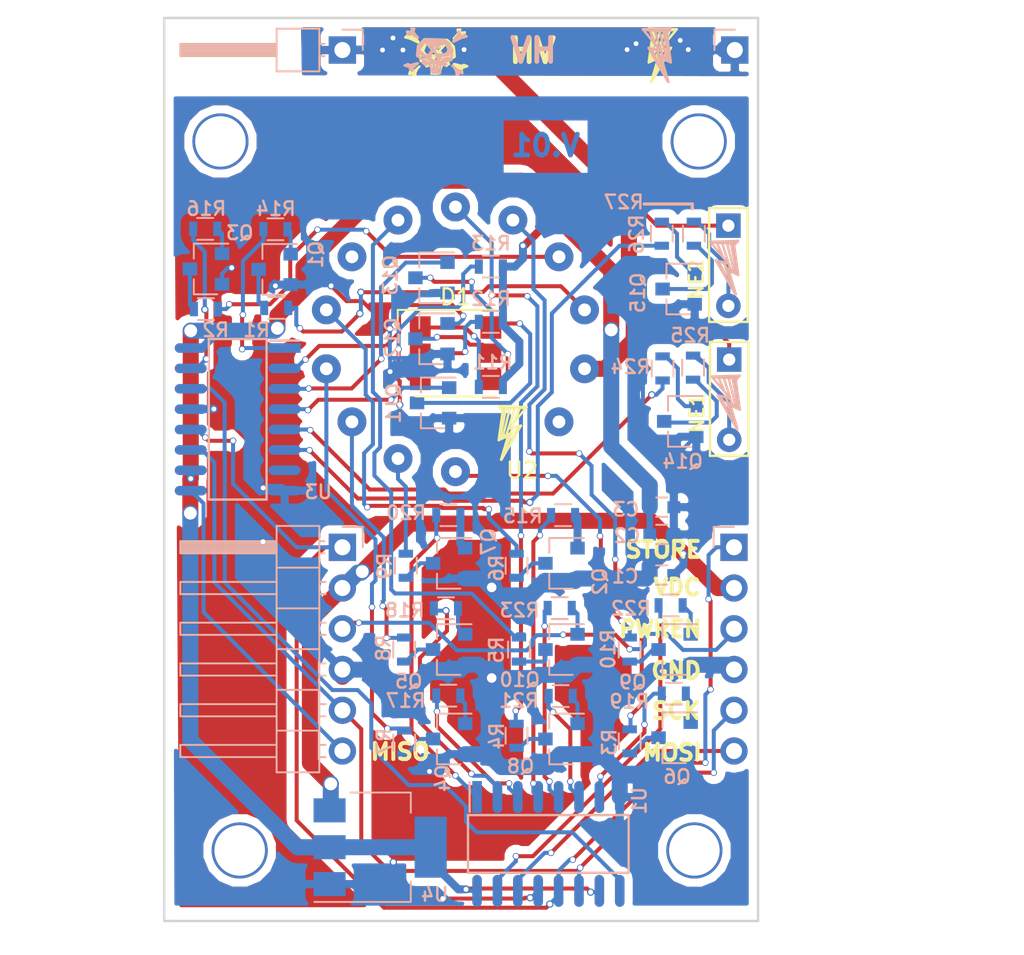
<source format=kicad_pcb>
(kicad_pcb (version 4) (host pcbnew 4.0.7)
  (layers (0 F.Cu signal) (31 B.Cu signal) (34 B.Paste user) (35 F.Paste user) (36 B.SilkS user) (37 F.SilkS user) (38 B.Mask user) (39 F.Mask user) (44 Edge.Cuts user))
  (net 0 "")
  (net 1 GND)
  (net 2 +5V)
  (net 3 "Net-(D1-Pad4)")
  (net 4 "Net-(D1-Pad2)")
  (net 5 "Net-(D1-Pad3)")
  (net 6 /MOSI)
  (net 7 /SCK)
  (net 8 /PWREN)
  (net 9 "Net-(J2-Pad1)")
  (net 10 /MOSI-OUT)
  (net 11 "Net-(Q1-Pad1)")
  (net 12 /n0)
  (net 13 "Net-(Q2-Pad1)")
  (net 14 /n5)
  (net 15 "Net-(Q3-Pad1)")
  (net 16 /n1)
  (net 17 "Net-(Q4-Pad1)")
  (net 18 /n6)
  (net 19 "Net-(Q5-Pad1)")
  (net 20 /n7)
  (net 21 "Net-(Q6-Pad1)")
  (net 22 /n2)
  (net 23 "Net-(Q7-Pad1)")
  (net 24 /n8)
  (net 25 "Net-(Q8-Pad1)")
  (net 26 /n3)
  (net 27 "Net-(Q9-Pad1)")
  (net 28 /n9)
  (net 29 "Net-(Q10-Pad1)")
  (net 30 /n4)
  (net 31 /Red)
  (net 32 /Green)
  (net 33 /Blue)
  (net 34 "Net-(Q14-Pad1)")
  (net 35 "Net-(R1-Pad1)")
  (net 36 "Net-(R2-Pad1)")
  (net 37 "Net-(R3-Pad1)")
  (net 38 "Net-(R4-Pad1)")
  (net 39 "Net-(R5-Pad1)")
  (net 40 "Net-(R6-Pad1)")
  (net 41 "Net-(R7-Pad1)")
  (net 42 "Net-(R8-Pad1)")
  (net 43 "Net-(R9-Pad1)")
  (net 44 "Net-(R10-Pad1)")
  (net 45 /s9)
  (net 46 /s4)
  (net 47 /s8)
  (net 48 /s3)
  (net 49 /s2)
  (net 50 /s7)
  (net 51 /s1)
  (net 52 /s6)
  (net 53 /s0)
  (net 54 /s5)
  (net 55 "Net-(U1-Pad9)")
  (net 56 "Net-(U3-Pad7)")
  (net 57 "Net-(NE1-Pad2)")
  (net 58 "Net-(NE2-Pad2)")
  (net 59 "Net-(Q15-Pad1)")
  (net 60 /DotU)
  (net 61 /DotD)
  (net 62 +VDC)
  (net 63 /STORE)
  (net 64 "Net-(D1-Pad6)")
  (net 65 "Net-(D1-Pad1)")
  (net 66 "Net-(D1-Pad5)")
  (net 67 "Net-(U2-Padic)")
  (net 68 "Net-(U2-PadNC)")
  (net 69 "Net-(Q14-Pad3)")
  (net 70 "Net-(Q15-Pad3)")
  (module nixie-tube-fp:lightning (layer B.Cu) (at 186.6 64.1 180)
    (fp_text reference Z? hide)
    (fp_text value lightning)
  )
  (module nixie-tube-fp:lightning (layer F.Cu) (at 173.1 66)
    (fp_text reference Z? hide)
    (fp_text value lightning)
  )
  (module nixie-tube-fp:lightning (layer B.Cu) (at 186.5 55.7 180)
    (fp_text reference Z? hide)
    (fp_text value lightning)
  )
  (module kilibs:SO16 (layer B.Cu) (at 175.435 91.795 270)
    (fp_text reference U1 (at -2.695 -5.665 450) (layer B.SilkS) (effects (font (size 0.85 0.85) (thickness 0.153)) (justify mirror)))
    (fp_text value 74HC595D hide)
    (pad 1 smd rect (at -2.925 4.445 270) (size 2 0.6) (layers B.Cu B.Paste B.Mask) (net 47 /s8))
    (pad 2 smd oval (at -2.925 3.175 270) (size 2 0.6) (layers B.Cu B.Paste B.Mask) (net 50 /s7))
    (pad 3 smd oval (at -2.925 1.905 270) (size 2 0.6) (layers B.Cu B.Paste B.Mask) (net 52 /s6))
    (pad 4 smd oval (at -2.925 0.635 270) (size 2 0.6) (layers B.Cu B.Paste B.Mask) (net 54 /s5))
    (pad 5 smd oval (at -2.925 -0.635 270) (size 2 0.6) (layers B.Cu B.Paste B.Mask) (net 46 /s4))
    (pad 6 smd oval (at -2.925 -1.905 270) (size 2 0.6) (layers B.Cu B.Paste B.Mask) (net 48 /s3))
    (pad 7 smd oval (at -2.925 -3.175 270) (size 2 0.6) (layers B.Cu B.Paste B.Mask) (net 49 /s2))
    (pad 10 smd oval (at 2.925 -3.175 270) (size 2 0.6) (layers B.Cu B.Paste B.Mask) (net 2 +5V))
    (pad 11 smd oval (at 2.925 -1.905 270) (size 2 0.6) (layers B.Cu B.Paste B.Mask) (net 7 /SCK))
    (pad 12 smd oval (at 2.925 -0.635 270) (size 2 0.6) (layers B.Cu B.Paste B.Mask) (net 63 /STORE))
    (pad 13 smd oval (at 2.925 0.635 270) (size 2 0.6) (layers B.Cu B.Paste B.Mask) (net 1 GND))
    (pad 14 smd oval (at 2.925 1.905 270) (size 2 0.6) (layers B.Cu B.Paste B.Mask) (net 6 /MOSI))
    (pad 15 smd oval (at 2.925 3.175 270) (size 2 0.6) (layers B.Cu B.Paste B.Mask) (net 45 /s9))
    (pad 16 smd oval (at 2.925 4.445 270) (size 2 0.6) (layers B.Cu B.Paste B.Mask) (net 2 +5V))
    (pad 8 smd oval (at -2.925 -4.445 270) (size 2 0.6) (layers B.Cu B.Paste B.Mask) (net 1 GND))
    (pad 9 smd oval (at 2.925 -4.445 270) (size 2 0.6) (layers B.Cu B.Paste B.Mask) (net 55 "Net-(U1-Pad9)"))
  )
  (module TO_SOT_Packages_SMD:SOT-223-3Lead_TabPin2 (layer B.Cu) (at 164.95 92)
    (fp_text reference U4 (at 3.4 2.95) (layer B.SilkS) (effects (font (size 0.85 0.85) (thickness 0.153)) (justify mirror)))
    (fp_text value ams1117-5.0)
    (pad 2 smd rect (at 3.15 0) (size 2 3.8) (layers B.Cu B.Paste B.Mask) (net 2 +5V))
    (pad 2 smd rect (at -3.15 0) (size 2 1.5) (layers B.Cu B.Paste B.Mask) (net 2 +5V))
    (pad 3 smd rect (at -3.15 -2.3) (size 2 1.5) (layers B.Cu B.Paste B.Mask) (net 62 +VDC))
    (pad 1 smd rect (at -3.15 2.3) (size 2 1.5) (layers B.Cu B.Paste B.Mask) (net 1 GND))
  )
  (module Capacitors_SMD:C_0603 (layer B.Cu) (at 182.5 70.8)
    (fp_text reference C3 (at -2.24 0.14) (layer B.SilkS) (effects (font (size 0.85 0.85) (thickness 0.153)) (justify mirror)))
    (fp_text value 10uF)
    (pad 2 smd rect (at 0.75 0) (size 0.8 0.75) (layers B.Cu B.Paste B.Mask) (net 1 GND))
    (pad 1 smd rect (at -0.75 0) (size 0.8 0.75) (layers B.Cu B.Paste B.Mask) (net 2 +5V))
  )
  (module nixie-tube-fp:mountingHole (layer F.Cu) (at 184.8 48)
    (fp_text reference REF** hide)
    (fp_text value mountingHole)
    (pad 1 thru_hole circle (at 0 0) (size 3.5 3.5) (drill 3.15) (layers *.Cu *.Mask))
  )
  (module nixie-tube-fp:mountingHole (layer F.Cu) (at 155 48)
    (fp_text reference REF** hide)
    (fp_text value mountingHole)
    (pad 1 thru_hole circle (at 0 0) (size 3.5 3.5) (drill 3.15) (layers *.Cu *.Mask))
  )
  (module nixie-tube-fp:mountingHole (layer F.Cu) (at 156.2 92.2)
    (fp_text reference REF** hide)
    (fp_text value mountingHole)
    (pad 1 thru_hole circle (at 0 0) (size 3.5 3.5) (drill 3.15) (layers *.Cu *.Mask))
  )
  (module nixie-tube-fp:mountingHole (layer F.Cu) (at 184.53 92.2)
    (fp_text reference REF** hide)
    (fp_text value mountingHole)
    (pad 1 thru_hole circle (at 0 0) (size 3.5 3.5) (drill 3.15) (layers *.Cu *.Mask))
  )
  (module TO_SOT_Packages_SMD:SOT-23 (layer B.Cu) (at 154.1 55.95 180)
    (fp_text reference Q3 (at -2.1 2.25 180) (layer B.SilkS) (effects (font (size 0.85 0.85) (thickness 0.153)) (justify mirror)))
    (fp_text value MMBTA42LT1)
    (pad 1 smd rect (at -1 0.95 180) (size 0.9 0.8) (layers B.Cu B.Paste B.Mask) (net 15 "Net-(Q3-Pad1)"))
    (pad 2 smd rect (at -1 -0.95 180) (size 0.9 0.8) (layers B.Cu B.Paste B.Mask) (net 1 GND))
    (pad 3 smd rect (at 1 0 180) (size 0.9 0.8) (layers B.Cu B.Paste B.Mask) (net 16 /n1))
  )
  (module Capacitors_SMD:C_0603 (layer B.Cu) (at 182.49 75.03 180)
    (fp_text reference C1 (at 2.27 -0.08 180) (layer B.SilkS) (effects (font (size 0.85 0.85) (thickness 0.153)) (justify mirror)))
    (fp_text value 22nF)
    (pad 2 smd rect (at 0.75 0 180) (size 0.8 0.75) (layers B.Cu B.Paste B.Mask) (net 1 GND))
    (pad 1 smd rect (at -0.75 0 180) (size 0.8 0.75) (layers B.Cu B.Paste B.Mask) (net 62 +VDC))
  )
  (module Pin_Headers:Pin_Header_Angled_1x01_Pitch2.54mm (layer B.Cu) (at 162.6 42.3 180)
    (fp_text reference J4 hide)
    (fp_text value HV_OUT)
    (pad 1 thru_hole rect (at 0 0 180) (size 1.7 1.7) (drill 1) (layers *.Cu *.Mask) (net 9 "Net-(J2-Pad1)"))
  )
  (module TO_SOT_Packages_SMD:SOT-23 (layer B.Cu) (at 158.375 55.975 180)
    (fp_text reference Q1 (at -2.575 0.915 270) (layer B.SilkS) (effects (font (size 0.85 0.85) (thickness 0.153)) (justify mirror)))
    (fp_text value MMBTA42LT1)
    (pad 1 smd rect (at -1 0.95 180) (size 0.9 0.8) (layers B.Cu B.Paste B.Mask) (net 11 "Net-(Q1-Pad1)"))
    (pad 2 smd rect (at -1 -0.95 180) (size 0.9 0.8) (layers B.Cu B.Paste B.Mask) (net 1 GND))
    (pad 3 smd rect (at 1 0 180) (size 0.9 0.8) (layers B.Cu B.Paste B.Mask) (net 12 /n0))
  )
  (module TO_SOT_Packages_SMD:SOT-23 (layer B.Cu) (at 176.25 74.3 180)
    (fp_text reference Q2 (at -2.39 -1.14 270) (layer B.SilkS) (effects (font (size 0.85 0.85) (thickness 0.153)) (justify mirror)))
    (fp_text value MMBTA42LT1)
    (pad 1 smd rect (at -1 0.95 180) (size 0.9 0.8) (layers B.Cu B.Paste B.Mask) (net 13 "Net-(Q2-Pad1)"))
    (pad 2 smd rect (at -1 -0.95 180) (size 0.9 0.8) (layers B.Cu B.Paste B.Mask) (net 1 GND))
    (pad 3 smd rect (at 1 0 180) (size 0.9 0.8) (layers B.Cu B.Paste B.Mask) (net 14 /n5))
  )
  (module TO_SOT_Packages_SMD:SOT-23 (layer B.Cu) (at 169.25 85.25 180)
    (fp_text reference Q4 (at 0.4 -2.45 270) (layer B.SilkS) (effects (font (size 0.85 0.85) (thickness 0.153)) (justify mirror)))
    (fp_text value MMBTA42LT1)
    (pad 1 smd rect (at -1 0.95 180) (size 0.9 0.8) (layers B.Cu B.Paste B.Mask) (net 17 "Net-(Q4-Pad1)"))
    (pad 2 smd rect (at -1 -0.95 180) (size 0.9 0.8) (layers B.Cu B.Paste B.Mask) (net 1 GND))
    (pad 3 smd rect (at 1 0 180) (size 0.9 0.8) (layers B.Cu B.Paste B.Mask) (net 18 /n6))
  )
  (module TO_SOT_Packages_SMD:SOT-23 (layer B.Cu) (at 169.25 79.675 180)
    (fp_text reference Q5 (at 2.52 -1.985 180) (layer B.SilkS) (effects (font (size 0.85 0.85) (thickness 0.153)) (justify mirror)))
    (fp_text value MMBTA42LT1)
    (pad 1 smd rect (at -1 0.95 180) (size 0.9 0.8) (layers B.Cu B.Paste B.Mask) (net 19 "Net-(Q5-Pad1)"))
    (pad 2 smd rect (at -1 -0.95 180) (size 0.9 0.8) (layers B.Cu B.Paste B.Mask) (net 1 GND))
    (pad 3 smd rect (at 1 0 180) (size 0.9 0.8) (layers B.Cu B.Paste B.Mask) (net 20 /n7))
  )
  (module TO_SOT_Packages_SMD:SOT-23 (layer B.Cu) (at 183.3 85.175 180)
    (fp_text reference Q6 (at -0.15 -2.425 180) (layer B.SilkS) (effects (font (size 0.85 0.85) (thickness 0.153)) (justify mirror)))
    (fp_text value MMBTA42LT1)
    (pad 1 smd rect (at -1 0.95 180) (size 0.9 0.8) (layers B.Cu B.Paste B.Mask) (net 21 "Net-(Q6-Pad1)"))
    (pad 2 smd rect (at -1 -0.95 180) (size 0.9 0.8) (layers B.Cu B.Paste B.Mask) (net 1 GND))
    (pad 3 smd rect (at 1 0 180) (size 0.9 0.8) (layers B.Cu B.Paste B.Mask) (net 22 /n2))
  )
  (module TO_SOT_Packages_SMD:SOT-23 (layer B.Cu) (at 169.25 74.3 180)
    (fp_text reference Q7 (at -2.45 1.35 270) (layer B.SilkS) (effects (font (size 0.85 0.85) (thickness 0.153)) (justify mirror)))
    (fp_text value MMBTA42LT1)
    (pad 1 smd rect (at -1 0.95 180) (size 0.9 0.8) (layers B.Cu B.Paste B.Mask) (net 23 "Net-(Q7-Pad1)"))
    (pad 2 smd rect (at -1 -0.95 180) (size 0.9 0.8) (layers B.Cu B.Paste B.Mask) (net 1 GND))
    (pad 3 smd rect (at 1 0 180) (size 0.9 0.8) (layers B.Cu B.Paste B.Mask) (net 24 /n8))
  )
  (module TO_SOT_Packages_SMD:SOT-23 (layer B.Cu) (at 176.25 85.25 180)
    (fp_text reference Q8 (at 2.55 -1.7 180) (layer B.SilkS) (effects (font (size 0.85 0.85) (thickness 0.153)) (justify mirror)))
    (fp_text value MMBTA42LT1)
    (pad 1 smd rect (at -1 0.95 180) (size 0.9 0.8) (layers B.Cu B.Paste B.Mask) (net 25 "Net-(Q8-Pad1)"))
    (pad 2 smd rect (at -1 -0.95 180) (size 0.9 0.8) (layers B.Cu B.Paste B.Mask) (net 1 GND))
    (pad 3 smd rect (at 1 0 180) (size 0.9 0.8) (layers B.Cu B.Paste B.Mask) (net 26 /n3))
  )
  (module TO_SOT_Packages_SMD:SOT-23 (layer B.Cu) (at 183.3 79.675 180)
    (fp_text reference Q9 (at 2.61 -2.035 180) (layer B.SilkS) (effects (font (size 0.85 0.85) (thickness 0.153)) (justify mirror)))
    (fp_text value MMBTA42LT1)
    (pad 1 smd rect (at -1 0.95 180) (size 0.9 0.8) (layers B.Cu B.Paste B.Mask) (net 27 "Net-(Q9-Pad1)"))
    (pad 2 smd rect (at -1 -0.95 180) (size 0.9 0.8) (layers B.Cu B.Paste B.Mask) (net 1 GND))
    (pad 3 smd rect (at 1 0 180) (size 0.9 0.8) (layers B.Cu B.Paste B.Mask) (net 28 /n9))
  )
  (module TO_SOT_Packages_SMD:SOT-23 (layer B.Cu) (at 176.25 79.675 180)
    (fp_text reference Q10 (at 2.6 -1.885 180) (layer B.SilkS) (effects (font (size 0.85 0.85) (thickness 0.153)) (justify mirror)))
    (fp_text value MMBTA42LT1)
    (pad 1 smd rect (at -1 0.95 180) (size 0.9 0.8) (layers B.Cu B.Paste B.Mask) (net 29 "Net-(Q10-Pad1)"))
    (pad 2 smd rect (at -1 -0.95 180) (size 0.9 0.8) (layers B.Cu B.Paste B.Mask) (net 1 GND))
    (pad 3 smd rect (at 1 0 180) (size 0.9 0.8) (layers B.Cu B.Paste B.Mask) (net 30 /n4))
  )
  (module TO_SOT_Packages_SMD:SOT-23 (layer B.Cu) (at 168.25 64.3 180)
    (fp_text reference Q11 (at 2.46 -0.02 270) (layer B.SilkS) (effects (font (size 0.85 0.85) (thickness 0.153)) (justify mirror)))
    (fp_text value AO3400)
    (pad 1 smd rect (at -1 0.95 180) (size 0.9 0.8) (layers B.Cu B.Paste B.Mask) (net 33 /Blue))
    (pad 2 smd rect (at -1 -0.95 180) (size 0.9 0.8) (layers B.Cu B.Paste B.Mask) (net 1 GND))
    (pad 3 smd rect (at 1 0 180) (size 0.9 0.8) (layers B.Cu B.Paste B.Mask) (net 64 "Net-(D1-Pad6)"))
  )
  (module TO_SOT_Packages_SMD:SOT-23 (layer B.Cu) (at 168.15 60.3 180)
    (fp_text reference Q12 (at 2.44 0.06 270) (layer B.SilkS) (effects (font (size 0.85 0.85) (thickness 0.153)) (justify mirror)))
    (fp_text value AO3400)
    (pad 1 smd rect (at -1 0.95 180) (size 0.9 0.8) (layers B.Cu B.Paste B.Mask) (net 31 /Red))
    (pad 2 smd rect (at -1 -0.95 180) (size 0.9 0.8) (layers B.Cu B.Paste B.Mask) (net 1 GND))
    (pad 3 smd rect (at 1 0 180) (size 0.9 0.8) (layers B.Cu B.Paste B.Mask) (net 66 "Net-(D1-Pad5)"))
  )
  (module TO_SOT_Packages_SMD:SOT-23 (layer B.Cu) (at 168.15 56.5 180)
    (fp_text reference Q13 (at 2.56 0.16 270) (layer B.SilkS) (effects (font (size 0.85 0.85) (thickness 0.153)) (justify mirror)))
    (fp_text value AO3400)
    (pad 1 smd rect (at -1 0.95 180) (size 0.9 0.8) (layers B.Cu B.Paste B.Mask) (net 32 /Green))
    (pad 2 smd rect (at -1 -0.95 180) (size 0.9 0.8) (layers B.Cu B.Paste B.Mask) (net 1 GND))
    (pad 3 smd rect (at 1 0 180) (size 0.9 0.8) (layers B.Cu B.Paste B.Mask) (net 3 "Net-(D1-Pad4)"))
  )
  (module TO_SOT_Packages_SMD:SOT-23 (layer B.Cu) (at 183.65 65.45 180)
    (fp_text reference Q14 (at -0.15 -2.5 360) (layer B.SilkS) (effects (font (size 0.85 0.85) (thickness 0.153)) (justify mirror)))
    (fp_text value MMBTA42LT1)
    (pad 1 smd rect (at -1 0.95 180) (size 0.9 0.8) (layers B.Cu B.Paste B.Mask) (net 34 "Net-(Q14-Pad1)"))
    (pad 2 smd rect (at -1 -0.95 180) (size 0.9 0.8) (layers B.Cu B.Paste B.Mask) (net 1 GND))
    (pad 3 smd rect (at 1 0 180) (size 0.9 0.8) (layers B.Cu B.Paste B.Mask) (net 69 "Net-(Q14-Pad3)"))
  )
  (module Resistors_SMD:R_0603 (layer B.Cu) (at 158.475 58.375 180)
    (fp_text reference R1 (at 1.225 -1.375 180) (layer B.SilkS) (effects (font (size 0.85 0.85) (thickness 0.153)) (justify mirror)))
    (fp_text value 25K)
    (pad 1 smd rect (at -0.75 0 180) (size 0.5 0.9) (layers B.Cu B.Paste B.Mask) (net 35 "Net-(R1-Pad1)"))
    (pad 2 smd rect (at 0.75 0 180) (size 0.5 0.9) (layers B.Cu B.Paste B.Mask) (net 12 /n0))
  )
  (module Resistors_SMD:R_0603 (layer B.Cu) (at 154.1 58.45 180)
    (fp_text reference R2 (at -0.6 -1.3 180) (layer B.SilkS) (effects (font (size 0.85 0.85) (thickness 0.153)) (justify mirror)))
    (fp_text value 25K)
    (pad 1 smd rect (at -0.75 0 180) (size 0.5 0.9) (layers B.Cu B.Paste B.Mask) (net 36 "Net-(R2-Pad1)"))
    (pad 2 smd rect (at 0.75 0 180) (size 0.5 0.9) (layers B.Cu B.Paste B.Mask) (net 16 /n1))
  )
  (module Resistors_SMD:R_0603 (layer B.Cu) (at 180.5 85.4 270)
    (fp_text reference R3 (at 0.06 1.26 450) (layer B.SilkS) (effects (font (size 0.85 0.85) (thickness 0.153)) (justify mirror)))
    (fp_text value 25K)
    (pad 1 smd rect (at -0.75 0 270) (size 0.5 0.9) (layers B.Cu B.Paste B.Mask) (net 37 "Net-(R3-Pad1)"))
    (pad 2 smd rect (at 0.75 0 270) (size 0.5 0.9) (layers B.Cu B.Paste B.Mask) (net 22 /n2))
  )
  (module Resistors_SMD:R_0603 (layer B.Cu) (at 173.45 74.45 270)
    (fp_text reference R6 (at 0.15 1.25 270) (layer B.SilkS) (effects (font (size 0.85 0.85) (thickness 0.153)) (justify mirror)))
    (fp_text value 25K)
    (pad 1 smd rect (at -0.75 0 270) (size 0.5 0.9) (layers B.Cu B.Paste B.Mask) (net 40 "Net-(R6-Pad1)"))
    (pad 2 smd rect (at 0.75 0 270) (size 0.5 0.9) (layers B.Cu B.Paste B.Mask) (net 14 /n5))
  )
  (module Resistors_SMD:R_0603 (layer B.Cu) (at 166.45 85.475 270)
    (fp_text reference R7 (at -0.075 1.25 450) (layer B.SilkS) (effects (font (size 0.85 0.85) (thickness 0.153)) (justify mirror)))
    (fp_text value 25K)
    (pad 1 smd rect (at -0.75 0 270) (size 0.5 0.9) (layers B.Cu B.Paste B.Mask) (net 41 "Net-(R7-Pad1)"))
    (pad 2 smd rect (at 0.75 0 270) (size 0.5 0.9) (layers B.Cu B.Paste B.Mask) (net 18 /n6))
  )
  (module Resistors_SMD:R_0603 (layer B.Cu) (at 166.45 79.675 270)
    (fp_text reference R8 (at -0.105 1.3 450) (layer B.SilkS) (effects (font (size 0.85 0.85) (thickness 0.153)) (justify mirror)))
    (fp_text value 25K)
    (pad 1 smd rect (at -0.75 0 270) (size 0.5 0.9) (layers B.Cu B.Paste B.Mask) (net 42 "Net-(R8-Pad1)"))
    (pad 2 smd rect (at 0.75 0 270) (size 0.5 0.9) (layers B.Cu B.Paste B.Mask) (net 20 /n7))
  )
  (module Resistors_SMD:R_0603 (layer B.Cu) (at 166.55 74.45 270)
    (fp_text reference R9 (at 0.02 1.32 270) (layer B.SilkS) (effects (font (size 0.85 0.85) (thickness 0.153)) (justify mirror)))
    (fp_text value 25K)
    (pad 1 smd rect (at -0.75 0 270) (size 0.5 0.9) (layers B.Cu B.Paste B.Mask) (net 43 "Net-(R9-Pad1)"))
    (pad 2 smd rect (at 0.75 0 270) (size 0.5 0.9) (layers B.Cu B.Paste B.Mask) (net 24 /n8))
  )
  (module Resistors_SMD:R_0603 (layer B.Cu) (at 180.5 79.675 270)
    (fp_text reference R10 (at -0.025 1.34 450) (layer B.SilkS) (effects (font (size 0.85 0.85) (thickness 0.153)) (justify mirror)))
    (fp_text value 25K)
    (pad 1 smd rect (at -0.75 0 270) (size 0.5 0.9) (layers B.Cu B.Paste B.Mask) (net 44 "Net-(R10-Pad1)"))
    (pad 2 smd rect (at 0.75 0 270) (size 0.5 0.9) (layers B.Cu B.Paste B.Mask) (net 28 /n9))
  )
  (module Resistors_SMD:R_0603 (layer B.Cu) (at 171.85 63.3 180)
    (fp_text reference R11 (at -0.11 1.53 180) (layer B.SilkS) (effects (font (size 0.85 0.85) (thickness 0.153)) (justify mirror)))
    (fp_text value 500)
    (pad 1 smd rect (at -0.75 0 180) (size 0.5 0.9) (layers B.Cu B.Paste B.Mask) (net 2 +5V))
    (pad 2 smd rect (at 0.75 0 180) (size 0.5 0.9) (layers B.Cu B.Paste B.Mask) (net 65 "Net-(D1-Pad1)"))
  )
  (module Resistors_SMD:R_0603 (layer B.Cu) (at 171.85 59.25 180)
    (fp_text reference R12 (at 0 1.45 180) (layer B.SilkS) (effects (font (size 0.85 0.85) (thickness 0.153)) (justify mirror)))
    (fp_text value 500)
    (pad 1 smd rect (at -0.75 0 180) (size 0.5 0.9) (layers B.Cu B.Paste B.Mask) (net 2 +5V))
    (pad 2 smd rect (at 0.75 0 180) (size 0.5 0.9) (layers B.Cu B.Paste B.Mask) (net 4 "Net-(D1-Pad2)"))
  )
  (module Resistors_SMD:R_0603 (layer B.Cu) (at 171.85 55.8 180)
    (fp_text reference R13 (at 0 1.45 180) (layer B.SilkS) (effects (font (size 0.85 0.85) (thickness 0.153)) (justify mirror)))
    (fp_text value 500)
    (pad 1 smd rect (at -0.75 0 180) (size 0.5 0.9) (layers B.Cu B.Paste B.Mask) (net 2 +5V))
    (pad 2 smd rect (at 0.75 0 180) (size 0.5 0.9) (layers B.Cu B.Paste B.Mask) (net 5 "Net-(D1-Pad3)"))
  )
  (module Resistors_SMD:R_0603 (layer B.Cu) (at 158.425 53.475 180)
    (fp_text reference R14 (at -0.025 1.275 180) (layer B.SilkS) (effects (font (size 0.85 0.85) (thickness 0.153)) (justify mirror)))
    (fp_text value 80k)
    (pad 1 smd rect (at -0.75 0 180) (size 0.5 0.9) (layers B.Cu B.Paste B.Mask) (net 11 "Net-(Q1-Pad1)"))
    (pad 2 smd rect (at 0.75 0 180) (size 0.5 0.9) (layers B.Cu B.Paste B.Mask) (net 53 /s0))
  )
  (module Resistors_SMD:R_0603 (layer B.Cu) (at 176.35 71.3)
    (fp_text reference R15 (at -2.51 0.05) (layer B.SilkS) (effects (font (size 0.85 0.85) (thickness 0.153)) (justify mirror)))
    (fp_text value R)
    (pad 1 smd rect (at -0.75 0) (size 0.5 0.9) (layers B.Cu B.Paste B.Mask) (net 54 /s5))
    (pad 2 smd rect (at 0.75 0) (size 0.5 0.9) (layers B.Cu B.Paste B.Mask) (net 13 "Net-(Q2-Pad1)"))
  )
  (module Resistors_SMD:R_0603 (layer B.Cu) (at 154.05 53.45)
    (fp_text reference R16 (at 0.07 -1.26) (layer B.SilkS) (effects (font (size 0.85 0.85) (thickness 0.153)) (justify mirror)))
    (fp_text value R)
    (pad 1 smd rect (at -0.75 0) (size 0.5 0.9) (layers B.Cu B.Paste B.Mask) (net 51 /s1))
    (pad 2 smd rect (at 0.75 0) (size 0.5 0.9) (layers B.Cu B.Paste B.Mask) (net 15 "Net-(Q3-Pad1)"))
  )
  (module Resistors_SMD:R_0603 (layer B.Cu) (at 169.2 82.55)
    (fp_text reference R17 (at -2.66 0.31) (layer B.SilkS) (effects (font (size 0.85 0.85) (thickness 0.153)) (justify mirror)))
    (fp_text value R)
    (pad 1 smd rect (at -0.75 0) (size 0.5 0.9) (layers B.Cu B.Paste B.Mask) (net 52 /s6))
    (pad 2 smd rect (at 0.75 0) (size 0.5 0.9) (layers B.Cu B.Paste B.Mask) (net 17 "Net-(Q4-Pad1)"))
  )
  (module Resistors_SMD:R_0603 (layer B.Cu) (at 169.05 77.1)
    (fp_text reference R18 (at -2.57 0.125) (layer B.SilkS) (effects (font (size 0.85 0.85) (thickness 0.153)) (justify mirror)))
    (fp_text value R)
    (pad 1 smd rect (at -0.75 0) (size 0.5 0.9) (layers B.Cu B.Paste B.Mask) (net 50 /s7))
    (pad 2 smd rect (at 0.75 0) (size 0.5 0.9) (layers B.Cu B.Paste B.Mask) (net 19 "Net-(Q5-Pad1)"))
  )
  (module Resistors_SMD:R_0603 (layer B.Cu) (at 183.25 82.425)
    (fp_text reference R19 (at -2.77 0.485) (layer B.SilkS) (effects (font (size 0.85 0.85) (thickness 0.153)) (justify mirror)))
    (fp_text value R)
    (pad 1 smd rect (at -0.75 0) (size 0.5 0.9) (layers B.Cu B.Paste B.Mask) (net 49 /s2))
    (pad 2 smd rect (at 0.75 0) (size 0.5 0.9) (layers B.Cu B.Paste B.Mask) (net 21 "Net-(Q6-Pad1)"))
  )
  (module Resistors_SMD:R_0603 (layer B.Cu) (at 169.2 71.3)
    (fp_text reference R20 (at -2.63 -0.15) (layer B.SilkS) (effects (font (size 0.85 0.85) (thickness 0.153)) (justify mirror)))
    (fp_text value R)
    (pad 1 smd rect (at -0.75 0) (size 0.5 0.9) (layers B.Cu B.Paste B.Mask) (net 47 /s8))
    (pad 2 smd rect (at 0.75 0) (size 0.5 0.9) (layers B.Cu B.Paste B.Mask) (net 23 "Net-(Q7-Pad1)"))
  )
  (module Resistors_SMD:R_0603 (layer B.Cu) (at 176.2 82.575)
    (fp_text reference R21 (at -2.6 0.285) (layer B.SilkS) (effects (font (size 0.85 0.85) (thickness 0.153)) (justify mirror)))
    (fp_text value R)
    (pad 1 smd rect (at -0.75 0) (size 0.5 0.9) (layers B.Cu B.Paste B.Mask) (net 48 /s3))
    (pad 2 smd rect (at 0.75 0) (size 0.5 0.9) (layers B.Cu B.Paste B.Mask) (net 25 "Net-(Q8-Pad1)"))
  )
  (module Resistors_SMD:R_0603 (layer B.Cu) (at 183.05 76.925)
    (fp_text reference R22 (at -2.48 0.185) (layer B.SilkS) (effects (font (size 0.85 0.85) (thickness 0.153)) (justify mirror)))
    (fp_text value R)
    (pad 1 smd rect (at -0.75 0) (size 0.5 0.9) (layers B.Cu B.Paste B.Mask) (net 45 /s9))
    (pad 2 smd rect (at 0.75 0) (size 0.5 0.9) (layers B.Cu B.Paste B.Mask) (net 27 "Net-(Q9-Pad1)"))
  )
  (module Resistors_SMD:R_0603 (layer B.Cu) (at 176.14 77.09)
    (fp_text reference R23 (at -2.5 0.135) (layer B.SilkS) (effects (font (size 0.85 0.85) (thickness 0.153)) (justify mirror)))
    (fp_text value R)
    (pad 1 smd rect (at -0.75 0) (size 0.5 0.9) (layers B.Cu B.Paste B.Mask) (net 46 /s4))
    (pad 2 smd rect (at 0.75 0) (size 0.5 0.9) (layers B.Cu B.Paste B.Mask) (net 29 "Net-(Q10-Pad1)"))
  )
  (module Resistors_SMD:R_0603 (layer B.Cu) (at 182.55 62.15 90)
    (fp_text reference R24 (at 0.1 -2 360) (layer B.SilkS) (effects (font (size 0.85 0.85) (thickness 0.153)) (justify mirror)))
    (fp_text value R)
    (pad 1 smd rect (at -0.75 0 90) (size 0.5 0.9) (layers B.Cu B.Paste B.Mask) (net 60 /DotU))
    (pad 2 smd rect (at 0.75 0 90) (size 0.5 0.9) (layers B.Cu B.Paste B.Mask) (net 34 "Net-(Q14-Pad1)"))
  )
  (module Resistors_SMD:R_0603 (layer B.Cu) (at 184.45 62.1 270)
    (fp_text reference R25 (at -2.01 0.18 360) (layer B.SilkS) (effects (font (size 0.85 0.85) (thickness 0.153)) (justify mirror)))
    (fp_text value 400k)
    (pad 1 smd rect (at -0.75 0 270) (size 0.5 0.9) (layers B.Cu B.Paste B.Mask) (net 57 "Net-(NE1-Pad2)"))
    (pad 2 smd rect (at 0.75 0 270) (size 0.5 0.9) (layers B.Cu B.Paste B.Mask) (net 69 "Net-(Q14-Pad3)"))
  )
  (module kilibs:SO16 (layer B.Cu) (at 156.075 65.325 180)
    (fp_text reference U3 (at -5.025 -4.525 360) (layer B.SilkS) (effects (font (size 0.85 0.85) (thickness 0.153)) (justify mirror)))
    (fp_text value 74HC595D hide)
    (pad 1 smd rect (at -2.925 4.445 180) (size 2 0.6) (layers B.Cu B.Paste B.Mask) (net 53 /s0))
    (pad 2 smd oval (at -2.925 3.175 180) (size 2 0.6) (layers B.Cu B.Paste B.Mask) (net 31 /Red))
    (pad 3 smd oval (at -2.925 1.905 180) (size 2 0.6) (layers B.Cu B.Paste B.Mask) (net 32 /Green))
    (pad 4 smd oval (at -2.925 0.635 180) (size 2 0.6) (layers B.Cu B.Paste B.Mask) (net 33 /Blue))
    (pad 5 smd oval (at -2.925 -0.635 180) (size 2 0.6) (layers B.Cu B.Paste B.Mask) (net 60 /DotU))
    (pad 6 smd oval (at -2.925 -1.905 180) (size 2 0.6) (layers B.Cu B.Paste B.Mask) (net 61 /DotD))
    (pad 7 smd oval (at -2.925 -3.175 180) (size 2 0.6) (layers B.Cu B.Paste B.Mask) (net 56 "Net-(U3-Pad7)"))
    (pad 10 smd oval (at 2.925 -3.175 180) (size 2 0.6) (layers B.Cu B.Paste B.Mask) (net 2 +5V))
    (pad 11 smd oval (at 2.925 -1.905 180) (size 2 0.6) (layers B.Cu B.Paste B.Mask) (net 7 /SCK))
    (pad 12 smd oval (at 2.925 -0.635 180) (size 2 0.6) (layers B.Cu B.Paste B.Mask) (net 63 /STORE))
    (pad 13 smd oval (at 2.925 0.635 180) (size 2 0.6) (layers B.Cu B.Paste B.Mask) (net 1 GND))
    (pad 14 smd oval (at 2.925 1.905 180) (size 2 0.6) (layers B.Cu B.Paste B.Mask) (net 55 "Net-(U1-Pad9)"))
    (pad 15 smd oval (at 2.925 3.175 180) (size 2 0.6) (layers B.Cu B.Paste B.Mask) (net 51 /s1))
    (pad 16 smd oval (at 2.925 4.445 180) (size 2 0.6) (layers B.Cu B.Paste B.Mask) (net 2 +5V))
    (pad 8 smd oval (at -2.925 -4.445 180) (size 2 0.6) (layers B.Cu B.Paste B.Mask) (net 1 GND))
    (pad 9 smd oval (at 2.925 -4.445 180) (size 2 0.6) (layers B.Cu B.Paste B.Mask) (net 10 /MOSI-OUT))
  )
  (module TO_SOT_Packages_SMD:SOT-23 (layer B.Cu) (at 183.55 57.2 180)
    (fp_text reference Q15 (at 2.54 -0.24 270) (layer B.SilkS) (effects (font (size 0.85 0.85) (thickness 0.153)) (justify mirror)))
    (fp_text value MMBTA42LT1)
    (pad 1 smd rect (at -1 0.95 180) (size 0.9 0.8) (layers B.Cu B.Paste B.Mask) (net 59 "Net-(Q15-Pad1)"))
    (pad 2 smd rect (at -1 -0.95 180) (size 0.9 0.8) (layers B.Cu B.Paste B.Mask) (net 1 GND))
    (pad 3 smd rect (at 1 0 180) (size 0.9 0.8) (layers B.Cu B.Paste B.Mask) (net 70 "Net-(Q15-Pad3)"))
  )
  (module Resistors_SMD:R_0603 (layer B.Cu) (at 182.5 53.75 90)
    (fp_text reference R26 (at -0.04 -1.57 270) (layer B.SilkS) (effects (font (size 0.85 0.85) (thickness 0.153)) (justify mirror)))
    (fp_text value R)
    (pad 1 smd rect (at -0.75 0 90) (size 0.5 0.9) (layers B.Cu B.Paste B.Mask) (net 61 /DotD))
    (pad 2 smd rect (at 0.75 0 90) (size 0.5 0.9) (layers B.Cu B.Paste B.Mask) (net 59 "Net-(Q15-Pad1)"))
  )
  (module Resistors_SMD:R_0603 (layer B.Cu) (at 184.5 53.75 270)
    (fp_text reference R27 (at -1.97 4.37 360) (layer B.SilkS) (effects (font (size 0.85 0.85) (thickness 0.153)) (justify mirror)))
    (fp_text value 400k)
    (pad 1 smd rect (at -0.75 0 270) (size 0.5 0.9) (layers B.Cu B.Paste B.Mask) (net 58 "Net-(NE2-Pad2)"))
    (pad 2 smd rect (at 0.75 0 270) (size 0.5 0.9) (layers B.Cu B.Paste B.Mask) (net 70 "Net-(Q15-Pad3)"))
  )
  (module Pin_Headers:Pin_Header_Angled_1x06_Pitch2.54mm (layer B.Cu) (at 162.6 73.3 180)
    (fp_text reference J1 hide)
    (fp_text value Conn_01x06_Male)
    (pad 1 thru_hole rect (at 0 0 180) (size 1.7 1.7) (drill 1) (layers *.Cu *.Mask) (net 63 /STORE))
    (pad 2 thru_hole oval (at 0 -2.54 180) (size 1.7 1.7) (drill 1) (layers *.Cu *.Mask) (net 62 +VDC))
    (pad 3 thru_hole oval (at 0 -5.08 180) (size 1.7 1.7) (drill 1) (layers *.Cu *.Mask) (net 8 /PWREN))
    (pad 4 thru_hole oval (at 0 -7.62 180) (size 1.7 1.7) (drill 1) (layers *.Cu *.Mask) (net 1 GND))
    (pad 5 thru_hole oval (at 0 -10.16 180) (size 1.7 1.7) (drill 1) (layers *.Cu *.Mask) (net 7 /SCK))
    (pad 6 thru_hole oval (at 0 -12.7 180) (size 1.7 1.7) (drill 1) (layers *.Cu *.Mask) (net 10 /MOSI-OUT))
  )
  (module Capacitors_SMD:C_0603 (layer B.Cu) (at 182.5 72.5)
    (fp_text reference C2 (at -2.17 0.08) (layer B.SilkS) (effects (font (size 0.85 0.85) (thickness 0.153)) (justify mirror)))
    (fp_text value 10uF)
    (pad 2 smd rect (at 0.75 0) (size 0.8 0.75) (layers B.Cu B.Paste B.Mask) (net 1 GND))
    (pad 1 smd rect (at -0.75 0) (size 0.8 0.75) (layers B.Cu B.Paste B.Mask) (net 2 +5V))
  )
  (module Resistors_SMD:R_0603 (layer B.Cu) (at 173.45 85.05 270)
    (fp_text reference R4 (at 0.02 1.23 450) (layer B.SilkS) (effects (font (size 0.85 0.85) (thickness 0.153)) (justify mirror)))
    (fp_text value 25K)
    (pad 1 smd rect (at -0.75 0 270) (size 0.5 0.9) (layers B.Cu B.Paste B.Mask) (net 38 "Net-(R4-Pad1)"))
    (pad 2 smd rect (at 0.75 0 270) (size 0.5 0.9) (layers B.Cu B.Paste B.Mask) (net 26 /n3))
  )
  (module Resistors_SMD:R_0603 (layer B.Cu) (at 173.6 79.675 270)
    (fp_text reference R5 (at 0.025 1.4 450) (layer B.SilkS) (effects (font (size 0.85 0.85) (thickness 0.153)) (justify mirror)))
    (fp_text value 25K)
    (pad 1 smd rect (at -0.75 0 270) (size 0.5 0.9) (layers B.Cu B.Paste B.Mask) (net 39 "Net-(R5-Pad1)"))
    (pad 2 smd rect (at 0.75 0 270) (size 0.5 0.9) (layers B.Cu B.Paste B.Mask) (net 30 /n4))
  )
  (module nixie-tube-fp:Socket_Strip_Angled_1x01_Pitch2.54mm_without_silk (layer B.Cu) (at 187.05 42.3 180)
    (fp_text reference J2 hide)
    (fp_text value HV_IN)
    (pad 1 thru_hole rect (at 0 0 180) (size 1.7 1.7) (drill 1) (layers *.Cu *.Mask) (net 9 "Net-(J2-Pad1)"))
  )
  (module nixie-tube-fp:Socket_Strip_Angled_1x06_Pitch2.54mm_without_silk (layer B.Cu) (at 187 73.3 180)
    (fp_text reference J3 hide)
    (fp_text value Conn_01x06_Female)
    (pad 1 thru_hole rect (at 0 0 180) (size 1.7 1.7) (drill 1) (layers *.Cu *.Mask) (net 63 /STORE))
    (pad 2 thru_hole oval (at 0 -2.54 180) (size 1.7 1.7) (drill 1) (layers *.Cu *.Mask) (net 62 +VDC))
    (pad 3 thru_hole oval (at 0 -5.08 180) (size 1.7 1.7) (drill 1) (layers *.Cu *.Mask) (net 8 /PWREN))
    (pad 4 thru_hole oval (at 0 -7.62 180) (size 1.7 1.7) (drill 1) (layers *.Cu *.Mask) (net 1 GND))
    (pad 5 thru_hole oval (at 0 -10.16 180) (size 1.7 1.7) (drill 1) (layers *.Cu *.Mask) (net 7 /SCK))
    (pad 6 thru_hole oval (at 0 -12.7 180) (size 1.7 1.7) (drill 1) (layers *.Cu *.Mask) (net 6 /MOSI))
  )
  (module nixie-tube-fp:skull (layer F.Cu) (at 168.55 42.85)
    (fp_text reference Z? hide)
    (fp_text value skull)
  )
  (module nixie-tube-fp:lightning (layer F.Cu) (at 182.45 42.45)
    (fp_text reference Z? hide)
    (fp_text value lightning)
  )
  (module nixie-tube-fp:skull (layer B.Cu) (at 168.3 42.8 180)
    (fp_text reference Z? hide)
    (fp_text value skull)
  )
  (module nixie-tube-fp:lightning (layer B.Cu) (at 182.3 42.45 180)
    (fp_text reference Z? hide)
    (fp_text value lightning)
  )
  (module nixie-tube-fp:neon-tube (layer F.Cu) (at 186.65 53.25 270)
    (fp_text reference NE2 (at 3.35 2 450) (layer F.SilkS) (effects (font (size 0.85 0.85) (thickness 0.153))))
    (fp_text value Lamp_Neon_Down)
    (pad 1 thru_hole rect (at 0 0 270) (size 1.524 1.524) (drill 0.762) (layers *.Cu *.Mask) (net 9 "Net-(J2-Pad1)"))
    (pad 2 thru_hole circle (at 5 0 270) (size 1.524 1.524) (drill 0.762) (layers *.Cu *.Mask) (net 58 "Net-(NE2-Pad2)"))
  )
  (module nixie-tube-fp:neon-tube (layer F.Cu) (at 186.7 61.6 270)
    (fp_text reference NE1 (at 3.35 2 450) (layer F.SilkS) (effects (font (size 0.85 0.85) (thickness 0.153))))
    (fp_text value Lamp_Neon_Up)
    (pad 1 thru_hole rect (at 0 0 270) (size 1.524 1.524) (drill 0.762) (layers *.Cu *.Mask) (net 9 "Net-(J2-Pad1)"))
    (pad 2 thru_hole circle (at 5 0 270) (size 1.524 1.524) (drill 0.762) (layers *.Cu *.Mask) (net 57 "Net-(NE1-Pad2)"))
  )
  (module nixie-tube-fp:LED_RGB_5050-6 (layer F.Cu) (at 169.65 61.2)
    (fp_text reference D1 (at 0 -3.5 180) (layer F.SilkS))
    (fp_text value LED_RGB_BGR)
    (pad 2 smd rect (at -2.2 0) (size 1.3 1.2) (layers F.Cu F.Paste F.Mask) (net 4 "Net-(D1-Pad2)"))
    (pad 5 smd rect (at 2.2 0) (size 1.3 1.2) (layers F.Cu F.Paste F.Mask) (net 66 "Net-(D1-Pad5)"))
    (pad 1 smd rect (at -2.2 -1.6) (size 1.3 1.4) (layers F.Cu F.Paste F.Mask) (net 65 "Net-(D1-Pad1)"))
    (pad 6 smd rect (at 2.2 -1.6) (size 1.3 1.4) (layers F.Cu F.Paste F.Mask) (net 64 "Net-(D1-Pad6)"))
    (pad 3 smd rect (at -2.2 1.6) (size 1.3 1.4) (layers F.Cu F.Paste F.Mask) (net 5 "Net-(D1-Pad3)"))
    (pad 4 smd rect (at 2.2 1.6) (size 1.3 1.4) (layers F.Cu F.Paste F.Mask) (net 3 "Net-(D1-Pad4)"))
  )
  (module nixie-tube-fp:qs30-1 (layer F.Cu) (at 169.643155 60.335798)
    (fp_text reference U2 (at 4.156845 8.164202) (layer F.SilkS))
    (fp_text value nixie-tube)
    (pad 7 thru_hole circle (at 0 -8.25 77.1429) (size 1.8 1.8) (drill 0.8) (layers *.Cu *.Mask) (net 38 "Net-(R4-Pad1)"))
    (pad 6 thru_hole circle (at -3.579541 -7.432993 77.1429) (size 1.8 1.8) (drill 0.8) (layers *.Cu *.Mask) (net 39 "Net-(R5-Pad1)"))
    (pad ic thru_hole circle (at -6.45011 -5.143791 77.1429) (size 1.8 1.8) (drill 0.8) (layers *.Cu *.Mask) (net 67 "Net-(U2-Padic)"))
    (pad 5 thru_hole circle (at -8.043155 -1.835798 77.1429) (size 1.8 1.8) (drill 0.8) (layers *.Cu *.Mask) (net 40 "Net-(R6-Pad1)"))
    (pad 4 thru_hole circle (at -8.043155 1.835798 77.1429) (size 1.8 1.8) (drill 0.8) (layers *.Cu *.Mask) (net 41 "Net-(R7-Pad1)"))
    (pad 3 thru_hole circle (at -6.45011 5.143791 77.1429) (size 1.8 1.8) (drill 0.8) (layers *.Cu *.Mask) (net 42 "Net-(R8-Pad1)"))
    (pad 2 thru_hole circle (at -3.579541 7.432993 77.1429) (size 1.8 1.8) (drill 0.8) (layers *.Cu *.Mask) (net 43 "Net-(R9-Pad1)"))
    (pad 1 thru_hole circle (at 0 8.25 77.1429) (size 1.8 1.8) (drill 0.8) (layers *.Cu *.Mask) (net 44 "Net-(R10-Pad1)"))
    (pad NC thru_hole circle (at 6.45011 5.143791 77.1429) (size 1.8 1.8) (drill 0.8) (layers *.Cu *.Mask) (net 68 "Net-(U2-PadNC)"))
    (pad A thru_hole circle (at 8.043155 1.835798 77.1429) (size 1.8 1.8) (drill 0.8) (layers *.Cu *.Mask) (net 9 "Net-(J2-Pad1)"))
    (pad 0 thru_hole circle (at 8.043155 -1.835798 77.1429) (size 1.8 1.8) (drill 0.8) (layers *.Cu *.Mask) (net 35 "Net-(R1-Pad1)"))
    (pad 9 thru_hole circle (at 6.45011 -5.143791 77.1429) (size 1.8 1.8) (drill 0.8) (layers *.Cu *.Mask) (net 36 "Net-(R2-Pad1)"))
    (pad 8 thru_hole circle (at 3.579541 -7.432993 77.1429) (size 1.8 1.8) (drill 0.8) (layers *.Cu *.Mask) (net 37 "Net-(R3-Pad1)"))
  )
  (gr_text V.01 (at 175.26 48.26) (layer B.Cu) (effects (font (size 1.3 1.3) (thickness 0.3)) (justify mirror)))
  (gr_line (start 181.4 51.9) (end 184.4 51.9) (layer B.SilkS) (width 0.2))
  (gr_text HV (at 174.45 42.35) (layer F.SilkS) (effects (font (size 1.5 1.5) (thickness 0.3))))
  (gr_text MISO (at 166.2 86.05) (layer F.SilkS) (effects (font (size 1 1) (thickness 0.25))))
  (gr_text MOSI (at 183.15 86.1) (layer F.SilkS) (effects (font (size 1 1) (thickness 0.25))))
  (gr_text SCK (at 183.4 83.5) (layer F.SilkS) (effects (font (size 1 1) (thickness 0.25))))
  (gr_text GND (at 183.4 81) (layer F.SilkS) (effects (font (size 1 1) (thickness 0.25))))
  (gr_text PWREN (at 182.4 78.4) (layer F.SilkS) (effects (font (size 1 1) (thickness 0.25))))
  (gr_text VDC (at 183.45 75.8) (layer F.SilkS) (effects (font (size 1 1) (thickness 0.25))))
  (gr_text STORE (at 182.6 73.45) (layer F.SilkS) (effects (font (size 1 1) (thickness 0.25))))
  (gr_text HV (at 174.5 42.33) (layer B.SilkS) (effects (font (size 1.5 1.5) (thickness 0.3)) (justify mirror)))
  (gr_line (start 184.4 51.9) (end 184.4 52.2) (layer B.SilkS) (width 0.2))
  (gr_line (start 151.5 40.3) (end 152 40.3) (layer Edge.Cuts) (width 0.15))
  (gr_line (start 151.5 72.75) (end 151.5 40.3) (layer Edge.Cuts) (width 0.15))
  (gr_line (start 151.51 96.6) (end 152.01 96.6) (layer Edge.Cuts) (width 0.15))
  (gr_line (start 151.5 72.75) (end 151.5 96.6) (layer Edge.Cuts) (width 0.15))
  (gr_line (start 188.5 40.3) (end 188.5 96.6) (layer Edge.Cuts) (width 0.15))
  (gr_line (start 152 40.3) (end 188.5 40.3) (layer Edge.Cuts) (width 0.15))
  (gr_line (start 152 96.6) (end 188.5 96.6) (layer Edge.Cuts) (width 0.15))
  (segment (start 181.74 74.466482) (end 181.74 75.03) (width 1) (layer B.Cu) (net 1))
  (segment (start 183.25 72.5) (end 183.25 72.956482) (width 1) (layer B.Cu) (net 1))
  (segment (start 183.25 72.956482) (end 181.74 74.466482) (width 1) (layer B.Cu) (net 1))
  (segment (start 177.25 75.25) (end 181.52 75.25) (width 1) (layer B.Cu) (net 1))
  (segment (start 181.52 75.25) (end 181.74 75.03) (width 1) (layer B.Cu) (net 1))
  (segment (start 165.329112 59.4437) (end 165.555611 59.670199) (width 0.25) (layer F.Cu) (net 1))
  (segment (start 163.836913 57.951501) (end 165.329112 59.4437) (width 0.25) (layer F.Cu) (net 1))
  (segment (start 165.555611 59.34988) (end 165.555611 59.670199) (width 0.25) (layer B.Cu) (net 1))
  (segment (start 167.455491 57.45) (end 165.555611 59.34988) (width 0.25) (layer B.Cu) (net 1))
  (segment (start 169.15 57.45) (end 167.455491 57.45) (width 0.25) (layer B.Cu) (net 1))
  (segment (start 161.9 57) (end 162.851501 57.951501) (width 0.25) (layer F.Cu) (net 1))
  (segment (start 165.576531 61.571959) (end 165.555611 61.551039) (width 0.25) (layer B.Cu) (net 1))
  (segment (start 165.555611 59.990518) (end 165.555611 59.670199) (width 0.25) (layer B.Cu) (net 1))
  (segment (start 162.851501 57.951501) (end 163.836913 57.951501) (width 0.25) (layer F.Cu) (net 1))
  (via (at 165.555611 59.670199) (size 0.453) (drill 0.3) (layers F.Cu B.Cu) (net 1))
  (segment (start 165.555611 61.551039) (end 165.555611 59.990518) (width 0.25) (layer B.Cu) (net 1))
  (segment (start 183.25 70.8) (end 183.25 67.75) (width 0.25) (layer B.Cu) (net 1))
  (segment (start 183.25 67.75) (end 184.6 66.4) (width 0.25) (layer B.Cu) (net 1))
  (segment (start 184.6 66.4) (end 184.65 66.4) (width 0.25) (layer B.Cu) (net 1))
  (segment (start 165.801499 62.576499) (end 165.575 62.35) (width 0.25) (layer F.Cu) (net 1))
  (segment (start 166.172662 64.416713) (end 166.172662 62.947662) (width 0.25) (layer F.Cu) (net 1))
  (segment (start 166.172662 62.947662) (end 165.801499 62.576499) (width 0.25) (layer F.Cu) (net 1))
  (via (at 165.575 62.35) (size 0.453) (drill 0.3) (layers F.Cu B.Cu) (net 1))
  (segment (start 165.575 62.354677) (end 165.575 61.57349) (width 0.25) (layer B.Cu) (net 1))
  (segment (start 165.64849 61.5) (end 168.2 61.5) (width 0.25) (layer B.Cu) (net 1))
  (segment (start 165.575 61.57349) (end 165.64849 61.5) (width 0.25) (layer B.Cu) (net 1))
  (segment (start 168.2 61.5) (end 168.45 61.25) (width 0.25) (layer B.Cu) (net 1))
  (segment (start 168.45 61.25) (end 169.15 61.25) (width 0.25) (layer B.Cu) (net 1))
  (segment (start 155.475 55.875) (end 155.699998 55.875) (width 0.25) (layer B.Cu) (net 1))
  (segment (start 154.816499 56.758499) (end 155.473499 56.101499) (width 0.5) (layer F.Cu) (net 1))
  (segment (start 154.816499 64.453501) (end 154.816499 56.758499) (width 0.5) (layer F.Cu) (net 1))
  (segment (start 155.1 56.25) (end 155.475 55.875) (width 0.25) (layer B.Cu) (net 1))
  (segment (start 155.1 56.9) (end 155.1 56.25) (width 0.25) (layer B.Cu) (net 1))
  (segment (start 154.59 64.68) (end 154.816499 64.453501) (width 0.5) (layer F.Cu) (net 1))
  (via (at 155.699998 55.875) (size 0.453) (drill 0.3) (layers F.Cu B.Cu) (net 1))
  (segment (start 156.020317 55.875) (end 155.699998 55.875) (width 0.5) (layer F.Cu) (net 1))
  (segment (start 155.473499 56.101499) (end 155.699998 55.875) (width 0.5) (layer F.Cu) (net 1))
  (segment (start 157.3 55.875) (end 156.020317 55.875) (width 0.5) (layer F.Cu) (net 1))
  (segment (start 158.425 57) (end 157.3 55.875) (width 0.5) (layer F.Cu) (net 1))
  (segment (start 166.68563 65.25) (end 166.172662 64.737032) (width 0.25) (layer B.Cu) (net 1))
  (segment (start 166.172662 64.737032) (end 166.172662 64.416713) (width 0.25) (layer B.Cu) (net 1))
  (segment (start 169.25 65.25) (end 166.68563 65.25) (width 0.25) (layer B.Cu) (net 1))
  (via (at 166.172662 64.416713) (size 0.453) (drill 0.3) (layers F.Cu B.Cu) (net 1))
  (segment (start 168.623501 94.973501) (end 168.85 95.2) (width 0.25) (layer B.Cu) (net 1))
  (segment (start 168.5 94.85) (end 168.623501 94.973501) (width 0.25) (layer B.Cu) (net 1))
  (segment (start 165.75 94.85) (end 168.5 94.85) (width 0.25) (layer B.Cu) (net 1))
  (segment (start 174.3 95.15) (end 173.979681 95.15) (width 0.25) (layer F.Cu) (net 1))
  (segment (start 173.929681 95.2) (end 168.85 95.2) (width 0.25) (layer F.Cu) (net 1))
  (segment (start 173.979681 95.15) (end 173.929681 95.2) (width 0.25) (layer F.Cu) (net 1))
  (via (at 168.85 95.2) (size 0.453) (drill 0.3) (layers F.Cu B.Cu) (net 1))
  (segment (start 174.3 95.15) (end 174.37 95.15) (width 0.25) (layer B.Cu) (net 1))
  (segment (start 174.37 95.15) (end 174.8 94.72) (width 0.25) (layer B.Cu) (net 1))
  (via (at 174.3 95.15) (size 0.453) (drill 0.3) (layers F.Cu B.Cu) (net 1))
  (segment (start 165.775 89.525) (end 165.775 92.92651) (width 0.25) (layer F.Cu) (net 1))
  (segment (start 165.775 94.825) (end 165.775 92.92651) (width 0.25) (layer B.Cu) (net 1))
  (segment (start 165.75 94.85) (end 165.775 94.825) (width 0.25) (layer B.Cu) (net 1))
  (segment (start 168.025 87.275) (end 165.775 89.525) (width 0.25) (layer F.Cu) (net 1))
  (via (at 165.775 92.92651) (size 0.453) (drill 0.3) (layers F.Cu B.Cu) (net 1))
  (segment (start 168.025 87.275) (end 169.1 86.2) (width 0.25) (layer B.Cu) (net 1))
  (segment (start 169.1 86.2) (end 170.25 86.2) (width 0.25) (layer B.Cu) (net 1))
  (via (at 168.025 87.275) (size 0.453) (drill 0.3) (layers F.Cu B.Cu) (net 1))
  (segment (start 163.85 94.85) (end 165.75 94.85) (width 0.5) (layer B.Cu) (net 1))
  (segment (start 174.8 94.72) (end 174.8 94.6685) (width 0.5) (layer B.Cu) (net 1))
  (segment (start 161.8 94.3) (end 163.3 94.3) (width 0.5) (layer B.Cu) (net 1))
  (segment (start 163.3 94.3) (end 163.85 94.85) (width 0.5) (layer B.Cu) (net 1))
  (segment (start 182.164998 66.4) (end 184.65 66.4) (width 0.25) (layer B.Cu) (net 1))
  (segment (start 181.325 60.675) (end 181.325 65.560002) (width 0.25) (layer B.Cu) (net 1))
  (segment (start 181.325 65.560002) (end 182.164998 66.4) (width 0.25) (layer B.Cu) (net 1))
  (segment (start 184.55 58.15) (end 183.85 58.15) (width 0.25) (layer B.Cu) (net 1))
  (segment (start 183.85 58.15) (end 181.325 60.675) (width 0.25) (layer B.Cu) (net 1))
  (segment (start 157.66 67.429681) (end 154.910319 64.68) (width 0.5) (layer F.Cu) (net 1))
  (segment (start 157.66 69.6) (end 157.66 67.429681) (width 0.5) (layer F.Cu) (net 1))
  (segment (start 154.910319 64.68) (end 154.59 64.68) (width 0.5) (layer F.Cu) (net 1))
  (segment (start 175.370001 86.999999) (end 172.499999 86.999999) (width 1) (layer B.Cu) (net 1))
  (segment (start 177.25 86.2) (end 176.17 86.2) (width 1) (layer B.Cu) (net 1))
  (segment (start 176.17 86.2) (end 175.370001 86.999999) (width 1) (layer B.Cu) (net 1))
  (segment (start 172.499999 86.999999) (end 171.7 86.2) (width 1) (layer B.Cu) (net 1))
  (segment (start 161.825 56.925) (end 161.9 57) (width 0.25) (layer B.Cu) (net 1))
  (via (at 161.9 57) (size 0.453) (drill 0.3) (layers F.Cu B.Cu) (net 1))
  (segment (start 159.375 56.925) (end 161.825 56.925) (width 0.25) (layer B.Cu) (net 1))
  (segment (start 157.66 69.6) (end 158.83 69.6) (width 0.5) (layer B.Cu) (net 1))
  (segment (start 158.83 69.6) (end 159 69.77) (width 0.5) (layer B.Cu) (net 1))
  (segment (start 157.649996 75.969996) (end 157.649996 72.95) (width 0.5) (layer B.Cu) (net 1))
  (segment (start 162.6 80.92) (end 157.649996 75.969996) (width 0.5) (layer B.Cu) (net 1))
  (segment (start 157.66 72.939996) (end 157.649996 72.95) (width 0.5) (layer F.Cu) (net 1))
  (segment (start 157.66 69.6) (end 157.66 72.939996) (width 0.5) (layer F.Cu) (net 1))
  (via (at 157.649996 72.95) (size 0.453) (drill 0.3) (layers F.Cu B.Cu) (net 1))
  (segment (start 170.25 80.625) (end 171.075 80.625) (width 1) (layer B.Cu) (net 1))
  (segment (start 171.075 80.625) (end 171.9 81.45) (width 1) (layer B.Cu) (net 1))
  (segment (start 174.809987 81.255011) (end 174.614998 81.45) (width 1) (layer B.Cu) (net 1))
  (segment (start 174.614998 81.45) (end 171.9 81.45) (width 1) (layer B.Cu) (net 1))
  (segment (start 170.25 75.25) (end 171.35 75.25) (width 1) (layer B.Cu) (net 1))
  (segment (start 171.35 75.25) (end 171.9 75.8) (width 1) (layer B.Cu) (net 1))
  (segment (start 174.310003 76.299999) (end 172.399999 76.299999) (width 1) (layer B.Cu) (net 1))
  (segment (start 175.210001 75.400001) (end 174.310003 76.299999) (width 1) (layer B.Cu) (net 1))
  (segment (start 177.099999 75.400001) (end 175.210001 75.400001) (width 1) (layer B.Cu) (net 1))
  (segment (start 172.399999 76.299999) (end 171.9 75.8) (width 1) (layer B.Cu) (net 1))
  (via (at 171.9 75.8) (size 1) (drill 0.6) (layers F.Cu B.Cu) (net 1))
  (segment (start 177.25 75.25) (end 177.099999 75.400001) (width 1) (layer B.Cu) (net 1))
  (segment (start 171.9 81.45) (end 171.9 75.8) (width 1) (layer F.Cu) (net 1))
  (segment (start 171.9 86) (end 171.9 81.45) (width 1) (layer B.Cu) (net 1))
  (segment (start 171.7 86.2) (end 171.9 86) (width 1) (layer B.Cu) (net 1))
  (via (at 171.9 81.45) (size 1) (drill 0.6) (layers F.Cu B.Cu) (net 1))
  (segment (start 154.59 64.68) (end 153.16 64.68) (width 0.5) (layer B.Cu) (net 1))
  (segment (start 153.16 64.68) (end 153.15 64.69) (width 0.5) (layer B.Cu) (net 1))
  (segment (start 176.619989 81.255011) (end 174.809987 81.255011) (width 1) (layer B.Cu) (net 1))
  (segment (start 177.25 80.625) (end 176.619989 81.255011) (width 1) (layer B.Cu) (net 1))
  (segment (start 177.25 80.625) (end 178.7 80.625) (width 1) (layer B.Cu) (net 1))
  (segment (start 178.7 80.625) (end 180.005002 81.930002) (width 1) (layer B.Cu) (net 1))
  (segment (start 180.005002 81.930002) (end 181.034996 81.930002) (width 1) (layer B.Cu) (net 1))
  (segment (start 181.034996 81.930002) (end 181.964998 81) (width 1) (layer B.Cu) (net 1))
  (segment (start 181.964998 81) (end 183.925 81) (width 1) (layer B.Cu) (net 1))
  (segment (start 183.925 81) (end 184.3 80.625) (width 1) (layer B.Cu) (net 1))
  (segment (start 170.25 86.2) (end 171.7 86.2) (width 1) (layer B.Cu) (net 1))
  (segment (start 162.6 80.93) (end 164.23 80.93) (width 1) (layer B.Cu) (net 1))
  (segment (start 165.3 82) (end 167.1 82) (width 1) (layer B.Cu) (net 1))
  (segment (start 164.23 80.93) (end 165.3 82) (width 1) (layer B.Cu) (net 1))
  (segment (start 169.925 80.95) (end 170.25 80.625) (width 1) (layer B.Cu) (net 1))
  (segment (start 167.1 82) (end 168.15 80.95) (width 1) (layer B.Cu) (net 1))
  (segment (start 168.15 80.95) (end 169.925 80.95) (width 1) (layer B.Cu) (net 1))
  (segment (start 179.88 89.19006) (end 179.88 88.87) (width 0.25) (layer B.Cu) (net 1))
  (segment (start 174.8 94.72) (end 174.8 94.02) (width 0.25) (layer B.Cu) (net 1))
  (segment (start 159.375 56.925) (end 158.5 56.925) (width 0.25) (layer B.Cu) (net 1))
  (segment (start 158.5 56.925) (end 158.425 57) (width 0.25) (layer B.Cu) (net 1))
  (segment (start 182.85 87.525) (end 184.25 86.125) (width 1) (layer B.Cu) (net 1))
  (segment (start 180.025 87.525) (end 182.85 87.525) (width 1) (layer B.Cu) (net 1))
  (segment (start 174.8 94.72) (end 174.9235 94.72) (width 0.25) (layer B.Cu) (net 1))
  (segment (start 174.8 94.72) (end 174.878009 94.641991) (width 0.5) (layer B.Cu) (net 1))
  (segment (start 174.8 94.72) (end 174.8 94.68848) (width 0.5) (layer B.Cu) (net 1))
  (via (at 157.66 69.6) (size 0.453) (drill 0.3) (layers F.Cu B.Cu) (net 1))
  (via (at 154.59 64.68) (size 0.453) (drill 0.3) (layers F.Cu B.Cu) (net 1))
  (segment (start 153.15 64.69) (end 154.04 64.69) (width 0.25) (layer B.Cu) (net 1))
  (segment (start 179.88 88.87) (end 179.88 87.67) (width 1) (layer B.Cu) (net 1))
  (segment (start 179.88 87.67) (end 180.025 87.525) (width 1) (layer B.Cu) (net 1))
  (segment (start 178.7 86.2) (end 180.025 87.525) (width 1) (layer B.Cu) (net 1))
  (segment (start 184.25 86.125) (end 184.3 86.125) (width 1) (layer B.Cu) (net 1))
  (segment (start 177.25 86.2) (end 178.7 86.2) (width 1) (layer B.Cu) (net 1))
  (via (at 158.425 57) (size 0.4) (drill 0.3) (layers F.Cu B.Cu) (net 1))
  (segment (start 170.2 80.625) (end 170.25 80.625) (width 1) (layer B.Cu) (net 1))
  (segment (start 162.6 81.375) (end 162.6 80.93) (width 1) (layer F.Cu) (net 1))
  (segment (start 184.3 80.625) (end 186.605 80.625) (width 1) (layer B.Cu) (net 1))
  (segment (start 186.605 80.625) (end 187.05 81.07) (width 1) (layer B.Cu) (net 1))
  (segment (start 169.25 65.25) (end 169.2 65.25) (width 0.25) (layer B.Cu) (net 1))
  (segment (start 169.025 57.575) (end 169.15 57.45) (width 0.25) (layer B.Cu) (net 1))
  (segment (start 184.675 66.4) (end 184.65 66.4) (width 0.25) (layer B.Cu) (net 1))
  (segment (start 184.6 58.15) (end 184.55 58.15) (width 0.25) (layer B.Cu) (net 1))
  (segment (start 161.8 94.3) (end 162.060002 94.3) (width 0.5) (layer B.Cu) (net 1))
  (segment (start 162.060002 94.3) (end 162.070002 94.29) (width 0.5) (layer B.Cu) (net 1))
  (segment (start 179.35 67.025) (end 179.35 59.75) (width 1) (layer B.Cu) (net 2))
  (segment (start 181.75 69.425) (end 179.35 67.025) (width 1) (layer B.Cu) (net 2))
  (segment (start 181.75 70.8) (end 181.75 69.425) (width 1) (layer B.Cu) (net 2))
  (segment (start 172.6 62.888004) (end 173.624978 61.863026) (width 0.5) (layer B.Cu) (net 2))
  (segment (start 173.624978 61.863026) (end 173.624978 60.474978) (width 0.5) (layer B.Cu) (net 2))
  (segment (start 173.624978 60.474978) (end 172.6 59.45) (width 0.5) (layer B.Cu) (net 2))
  (segment (start 172.6 59.45) (end 172.6 59.25) (width 0.5) (layer B.Cu) (net 2))
  (segment (start 173.85 54.5) (end 173.93074 54.5) (width 0.5) (layer F.Cu) (net 2))
  (segment (start 173.93074 54.5) (end 175.85 52.58074) (width 0.5) (layer F.Cu) (net 2))
  (segment (start 173.85 55.3) (end 173.85 54.5) (width 0.5) (layer B.Cu) (net 2))
  (via (at 173.85 54.5) (size 0.4) (drill 0.3) (layers F.Cu B.Cu) (net 2))
  (segment (start 173.35 55.8) (end 173.85 55.3) (width 0.5) (layer B.Cu) (net 2))
  (segment (start 172.6 59.25) (end 172.6 56) (width 0.5) (layer B.Cu) (net 2))
  (segment (start 172.6 56) (end 172.6 55.8) (width 0.5) (layer B.Cu) (net 2))
  (segment (start 172.6 55.8) (end 173.35 55.8) (width 0.5) (layer B.Cu) (net 2))
  (segment (start 172.6 55.8) (end 172.6 55.6) (width 0.5) (layer B.Cu) (net 2))
  (segment (start 175.85 52.58074) (end 175.56926 52.58074) (width 0.5) (layer F.Cu) (net 2))
  (segment (start 170.351488 94.573501) (end 170.3 94.624989) (width 0.25) (layer F.Cu) (net 2))
  (segment (start 168.1 92.9) (end 169.824989 94.624989) (width 0.5) (layer B.Cu) (net 2))
  (segment (start 177.840001 94.573501) (end 170.351488 94.573501) (width 0.25) (layer F.Cu) (net 2))
  (segment (start 178.0665 94.8) (end 177.840001 94.573501) (width 0.25) (layer F.Cu) (net 2))
  (segment (start 169.979681 94.624989) (end 170.3 94.624989) (width 0.5) (layer B.Cu) (net 2))
  (segment (start 168.1 92) (end 168.1 92.9) (width 0.5) (layer B.Cu) (net 2))
  (segment (start 169.824989 94.624989) (end 169.979681 94.624989) (width 0.5) (layer B.Cu) (net 2))
  (segment (start 170.395011 94.72) (end 170.3 94.624989) (width 0.25) (layer B.Cu) (net 2))
  (via (at 170.3 94.624989) (size 0.453) (drill 0.3) (layers F.Cu B.Cu) (net 2))
  (segment (start 170.99 94.72) (end 170.395011 94.72) (width 0.25) (layer B.Cu) (net 2))
  (segment (start 179.35 56.08074) (end 179.35 59.75) (width 1) (layer F.Cu) (net 2))
  (segment (start 175.85 52.58074) (end 179.35 56.08074) (width 1) (layer F.Cu) (net 2))
  (via (at 179.35 59.75) (size 1) (drill 0.8) (layers F.Cu B.Cu) (net 2))
  (segment (start 173.71926 50.45) (end 175.85 52.58074) (width 1) (layer F.Cu) (net 2))
  (segment (start 165.56705 50.45) (end 173.71926 50.45) (width 1) (layer F.Cu) (net 2))
  (segment (start 160.175011 55.842039) (end 165.56705 50.45) (width 1) (layer F.Cu) (net 2))
  (segment (start 160.175011 57.229916) (end 160.175011 55.842039) (width 1) (layer F.Cu) (net 2))
  (segment (start 158.55 58.854927) (end 160.175011 57.229916) (width 1) (layer F.Cu) (net 2))
  (segment (start 158.55 59.65) (end 158.55 58.854927) (width 1) (layer F.Cu) (net 2))
  (segment (start 154.7 59.8) (end 158.4 59.8) (width 1) (layer B.Cu) (net 2))
  (segment (start 158.4 59.8) (end 158.55 59.65) (width 1) (layer B.Cu) (net 2))
  (via (at 158.55 59.65) (size 1) (drill 0.8) (layers F.Cu B.Cu) (net 2))
  (segment (start 161.8 92) (end 168.1 92) (width 1) (layer B.Cu) (net 2))
  (segment (start 153.15 59.8) (end 154.7 59.8) (width 1) (layer B.Cu) (net 2))
  (segment (start 153.85 60.88) (end 154.7 60.03) (width 0.5) (layer B.Cu) (net 2))
  (segment (start 153.15 60.88) (end 153.85 60.88) (width 0.5) (layer B.Cu) (net 2))
  (segment (start 154.7 60.03) (end 154.7 59.8) (width 0.5) (layer B.Cu) (net 2))
  (segment (start 153.15 69.01999) (end 153.15 59.8) (width 1) (layer F.Cu) (net 2))
  (segment (start 153.125 71.175) (end 153.125 69.04499) (width 1) (layer F.Cu) (net 2))
  (segment (start 153.125 69.04499) (end 153.15 69.01999) (width 1) (layer F.Cu) (net 2))
  (segment (start 153.125 85.325) (end 153.125 71.175) (width 1) (layer B.Cu) (net 2))
  (via (at 153.125 71.175) (size 1) (drill 0.8) (layers F.Cu B.Cu) (net 2))
  (segment (start 159.8 92) (end 153.125 85.325) (width 1) (layer B.Cu) (net 2))
  (segment (start 161.8 92) (end 159.8 92) (width 1) (layer B.Cu) (net 2))
  (segment (start 161.8 92) (end 160.8 92) (width 1) (layer B.Cu) (net 2))
  (segment (start 168.1 92) (end 168.1 92.2) (width 0.5) (layer B.Cu) (net 2))
  (segment (start 172.6 63.3) (end 172.6 62.888004) (width 0.4) (layer B.Cu) (net 2))
  (segment (start 178.0665 94.8) (end 178.53 94.8) (width 0.25) (layer B.Cu) (net 2))
  (segment (start 178.53 94.8) (end 178.61 94.72) (width 0.25) (layer B.Cu) (net 2))
  (via (at 178.0665 94.8) (size 0.453) (drill 0.3) (layers F.Cu B.Cu) (net 2))
  (via (at 153.15 59.8) (size 1) (drill 0.8) (layers F.Cu B.Cu) (net 2))
  (segment (start 153.15 68.5) (end 153.15 69.01999) (width 0.5) (layer B.Cu) (net 2))
  (via (at 153.15 69.01999) (size 0.4) (drill 0.3) (layers F.Cu B.Cu) (net 2))
  (segment (start 181.75 70.8) (end 181.75 72.5) (width 0.4) (layer B.Cu) (net 2))
  (segment (start 172.6 59.25) (end 172.6 58.963616) (width 0.4) (layer B.Cu) (net 2))
  (segment (start 171.9 58.55) (end 171.9 60.249959) (width 0.25) (layer B.Cu) (net 3))
  (segment (start 172.705138 61.055097) (end 172.905137 61.255096) (width 0.25) (layer B.Cu) (net 3))
  (segment (start 172.75 62.8) (end 172.905137 62.644863) (width 0.25) (layer F.Cu) (net 3))
  (via (at 172.905137 61.255096) (size 0.4) (drill 0.3) (layers F.Cu B.Cu) (net 3))
  (segment (start 171.85 62.8) (end 172.75 62.8) (width 0.25) (layer F.Cu) (net 3))
  (segment (start 170.65001 57.30001) (end 171.9 58.55) (width 0.25) (layer B.Cu) (net 3))
  (segment (start 170.65001 56.75) (end 170.65001 57.30001) (width 0.25) (layer B.Cu) (net 3))
  (segment (start 172.905137 62.644863) (end 172.905137 61.537938) (width 0.25) (layer F.Cu) (net 3))
  (segment (start 172.905137 61.537938) (end 172.905137 61.255096) (width 0.25) (layer F.Cu) (net 3))
  (segment (start 171.9 60.249959) (end 172.705138 61.055097) (width 0.25) (layer B.Cu) (net 3))
  (segment (start 168.325 56.75) (end 170.367168 56.75) (width 0.25) (layer F.Cu) (net 3))
  (segment (start 168.075 56.5) (end 168.325 56.75) (width 0.25) (layer F.Cu) (net 3))
  (segment (start 170.367168 56.75) (end 170.65001 56.75) (width 0.25) (layer F.Cu) (net 3))
  (via (at 170.65001 56.75) (size 0.4) (drill 0.3) (layers F.Cu B.Cu) (net 3))
  (segment (start 167.15 56.5) (end 168.075 56.5) (width 0.25) (layer B.Cu) (net 3))
  (via (at 168.075 56.5) (size 0.4) (drill 0.3) (layers F.Cu B.Cu) (net 3))
  (segment (start 167.35 56.7) (end 167.15 56.5) (width 0.25) (layer B.Cu) (net 3))
  (segment (start 170.249656 59.600344) (end 170.249656 60.817656) (width 0.25) (layer B.Cu) (net 4))
  (segment (start 170.6 59.25) (end 170.249656 59.600344) (width 0.25) (layer B.Cu) (net 4))
  (segment (start 170.150154 61.2) (end 170.249656 61.100498) (width 0.25) (layer F.Cu) (net 4))
  (segment (start 170.249656 60.817656) (end 170.249656 61.100498) (width 0.25) (layer B.Cu) (net 4))
  (via (at 170.249656 61.100498) (size 0.4) (drill 0.3) (layers F.Cu B.Cu) (net 4))
  (segment (start 167.45 61.2) (end 170.150154 61.2) (width 0.25) (layer F.Cu) (net 4))
  (segment (start 171.1 59.25) (end 170.6 59.25) (width 0.25) (layer B.Cu) (net 4))
  (segment (start 171.1 59.25) (end 171.1 59.05) (width 0.25) (layer B.Cu) (net 4))
  (segment (start 167.175 61.25) (end 167.35 61.25) (width 0.25) (layer F.Cu) (net 4))
  (segment (start 167.5 58.35) (end 166.101541 59.748459) (width 0.25) (layer B.Cu) (net 5))
  (segment (start 171.1 55.8) (end 170.6 55.8) (width 0.25) (layer B.Cu) (net 5))
  (segment (start 170.6 55.8) (end 170.125 56.275) (width 0.25) (layer B.Cu) (net 5))
  (segment (start 170.125 56.275) (end 170.125 58) (width 0.25) (layer B.Cu) (net 5))
  (segment (start 170.125 58) (end 169.775 58.35) (width 0.25) (layer B.Cu) (net 5))
  (segment (start 169.775 58.35) (end 167.5 58.35) (width 0.25) (layer B.Cu) (net 5))
  (segment (start 166.101541 59.748459) (end 166.101541 60.667158) (width 0.25) (layer B.Cu) (net 5))
  (segment (start 166.101541 60.667158) (end 166.101541 60.95) (width 0.25) (layer B.Cu) (net 5))
  (segment (start 166.101541 62.110317) (end 166.101541 61.232842) (width 0.25) (layer F.Cu) (net 5))
  (segment (start 166.101541 61.232842) (end 166.101541 60.95) (width 0.25) (layer F.Cu) (net 5))
  (segment (start 167.45 62.8) (end 166.791224 62.8) (width 0.25) (layer F.Cu) (net 5))
  (segment (start 166.791224 62.8) (end 166.101541 62.110317) (width 0.25) (layer F.Cu) (net 5))
  (via (at 166.101541 60.95) (size 0.4) (drill 0.3) (layers F.Cu B.Cu) (net 5))
  (segment (start 171.1 55.8) (end 171.1 55.6) (width 0.25) (layer B.Cu) (net 5))
  (segment (start 171.075 55.825) (end 171.1 55.8) (width 0.25) (layer B.Cu) (net 5))
  (segment (start 181.95 86) (end 175.6 92.35) (width 0.25) (layer F.Cu) (net 6))
  (segment (start 175.2 92.35) (end 175.6 92.35) (width 0.25) (layer B.Cu) (net 6))
  (segment (start 173.53 94.02) (end 175.2 92.35) (width 0.25) (layer B.Cu) (net 6))
  (segment (start 173.53 94.72) (end 173.53 94.02) (width 0.25) (layer B.Cu) (net 6))
  (segment (start 187 86) (end 181.95 86) (width 0.25) (layer F.Cu) (net 6))
  (via (at 175.6 92.35) (size 0.4) (drill 0.3) (layers F.Cu B.Cu) (net 6))
  (segment (start 185.74 87.35) (end 185.74 84.72) (width 0.25) (layer B.Cu) (net 7))
  (segment (start 185.74 84.72) (end 187 83.46) (width 0.25) (layer B.Cu) (net 7))
  (segment (start 163.775001 84.635001) (end 162.6 83.46) (width 0.25) (layer F.Cu) (net 7))
  (segment (start 177.215926 93.478011) (end 165.510279 93.478011) (width 0.25) (layer F.Cu) (net 7))
  (segment (start 163.775001 91.742733) (end 163.775001 84.635001) (width 0.25) (layer F.Cu) (net 7))
  (segment (start 165.510279 93.478011) (end 163.775001 91.742733) (width 0.25) (layer F.Cu) (net 7))
  (segment (start 177.41612 93.277817) (end 177.215926 93.478011) (width 0.25) (layer F.Cu) (net 7))
  (segment (start 183.343937 87.35) (end 177.41612 93.277817) (width 0.25) (layer F.Cu) (net 7))
  (segment (start 185.74 87.35) (end 183.343937 87.35) (width 0.25) (layer F.Cu) (net 7))
  (segment (start 177.34 93.353937) (end 177.41612 93.277817) (width 0.25) (layer B.Cu) (net 7))
  (segment (start 177.34 94.72) (end 177.34 93.353937) (width 0.25) (layer B.Cu) (net 7))
  (via (at 177.41612 93.277817) (size 0.4) (drill 0.3) (layers F.Cu B.Cu) (net 7))
  (segment (start 154.62 75.48) (end 162.6 83.46) (width 0.25) (layer B.Cu) (net 7))
  (segment (start 154.62 68) (end 154.62 75.48) (width 0.25) (layer B.Cu) (net 7))
  (segment (start 153.15 67.23) (end 153.85 67.23) (width 0.25) (layer B.Cu) (net 7))
  (segment (start 153.85 67.23) (end 154.62 68) (width 0.25) (layer B.Cu) (net 7))
  (via (at 185.74 87.35) (size 0.4) (drill 0.3) (layers F.Cu B.Cu) (net 7))
  (segment (start 176.35 78.75) (end 176.32 78.78) (width 0.25) (layer B.Cu) (net 8))
  (segment (start 174.45 79.360002) (end 174.084989 79.725013) (width 0.25) (layer B.Cu) (net 8))
  (segment (start 176.32 78.78) (end 174.709998 78.78) (width 0.25) (layer B.Cu) (net 8))
  (segment (start 174.709998 78.78) (end 174.45 79.039998) (width 0.25) (layer B.Cu) (net 8))
  (segment (start 174.45 79.039998) (end 174.45 79.360002) (width 0.25) (layer B.Cu) (net 8))
  (segment (start 174.084989 79.725013) (end 169.735015 79.725013) (width 0.25) (layer B.Cu) (net 8))
  (segment (start 169.735015 79.725013) (end 168.015131 78.005129) (width 0.25) (layer B.Cu) (net 8))
  (segment (start 168.015131 78.005129) (end 163.907832 78.005129) (width 0.25) (layer B.Cu) (net 8))
  (segment (start 163.907832 78.005129) (end 163.62499 78.005129) (width 0.25) (layer B.Cu) (net 8))
  (segment (start 162.974871 78.005129) (end 163.342148 78.005129) (width 0.25) (layer F.Cu) (net 8))
  (segment (start 162.6 78.38) (end 162.974871 78.005129) (width 0.25) (layer F.Cu) (net 8))
  (segment (start 163.342148 78.005129) (end 163.62499 78.005129) (width 0.25) (layer F.Cu) (net 8))
  (via (at 163.62499 78.005129) (size 0.4) (drill 0.3) (layers F.Cu B.Cu) (net 8))
  (segment (start 179.6 78.75) (end 176.35 78.75) (width 0.25) (layer F.Cu) (net 8))
  (segment (start 180.5 79.65) (end 179.6 78.75) (width 0.25) (layer F.Cu) (net 8))
  (via (at 176.35 78.75) (size 0.4) (drill 0.3) (layers F.Cu B.Cu) (net 8))
  (segment (start 180.5 79.65) (end 181.2 79.65) (width 0.25) (layer B.Cu) (net 8))
  (segment (start 181.7 78.7) (end 182.827854 78.7) (width 0.25) (layer B.Cu) (net 8))
  (segment (start 181.2 79.65) (end 181.45 79.4) (width 0.25) (layer B.Cu) (net 8))
  (segment (start 182.827854 78.7) (end 183.827854 79.7) (width 0.25) (layer B.Cu) (net 8))
  (segment (start 181.45 79.4) (end 181.45 78.95) (width 0.25) (layer B.Cu) (net 8))
  (segment (start 185.88 79.7) (end 187.05 78.53) (width 0.25) (layer B.Cu) (net 8))
  (segment (start 181.45 78.95) (end 181.7 78.7) (width 0.25) (layer B.Cu) (net 8))
  (segment (start 183.827854 79.7) (end 185.88 79.7) (width 0.25) (layer B.Cu) (net 8))
  (via (at 180.5 79.65) (size 0.4) (drill 0.3) (layers F.Cu B.Cu) (net 8))
  (segment (start 180.75 60.380698) (end 180.75 60.1) (width 1) (layer F.Cu) (net 9))
  (segment (start 177.68631 62.171596) (end 178.959102 62.171596) (width 1) (layer F.Cu) (net 9))
  (segment (start 178.959102 62.171596) (end 180.75 60.380698) (width 1) (layer F.Cu) (net 9))
  (segment (start 186.65 53.25) (end 182.199991 53.25) (width 0.25) (layer F.Cu) (net 9))
  (segment (start 182.199991 53.25) (end 180.449991 51.5) (width 0.25) (layer F.Cu) (net 9))
  (segment (start 180.449991 51.5) (end 171.224991 42.275) (width 1) (layer F.Cu) (net 9))
  (segment (start 171.224991 42.275) (end 170.18 42.275) (width 1) (layer F.Cu) (net 9))
  (segment (start 180.75 60.1) (end 180.75 55.843516) (width 1) (layer F.Cu) (net 9))
  (segment (start 186.7 61.6) (end 186.7 60.588) (width 0.25) (layer F.Cu) (net 9))
  (segment (start 186.7 60.588) (end 186.212 60.1) (width 0.25) (layer F.Cu) (net 9))
  (segment (start 186.212 60.1) (end 180.75 60.1) (width 0.25) (layer F.Cu) (net 9))
  (segment (start 180.449991 55.543507) (end 180.449991 51.5) (width 1) (layer F.Cu) (net 9))
  (segment (start 183.65 41.7) (end 181.1 41.7) (width 0.5) (layer B.Cu) (net 9))
  (segment (start 180.715 41.9) (end 180.9 41.9) (width 0.5) (layer B.Cu) (net 9))
  (segment (start 181.1 41.7) (end 180.9 41.9) (width 0.5) (layer B.Cu) (net 9))
  (segment (start 180.34 42.275) (end 180.715 41.9) (width 0.5) (layer B.Cu) (net 9))
  (via (at 180.9 41.9) (size 0.453) (drill 0.3) (layers F.Cu B.Cu) (net 9))
  (segment (start 183.375 41.975) (end 183.65 41.7) (width 0.5) (layer B.Cu) (net 9))
  (segment (start 183.375 42.275) (end 183.375 41.975) (width 0.5) (layer B.Cu) (net 9))
  (segment (start 184.15 42.275) (end 183.375 42.275) (width 0.5) (layer B.Cu) (net 9))
  (via (at 183.65 41.7) (size 0.453) (drill 0.3) (layers F.Cu B.Cu) (net 9))
  (segment (start 185.42 42.275) (end 183.375 42.275) (width 0.5) (layer B.Cu) (net 9))
  (segment (start 169.455 41.55) (end 165.75 41.55) (width 0.5) (layer F.Cu) (net 9))
  (segment (start 170.18 42.275) (end 169.455 41.55) (width 0.5) (layer F.Cu) (net 9))
  (segment (start 165.75 41.68) (end 165.75 41.55) (width 0.5) (layer F.Cu) (net 9))
  (segment (start 166.37 42.3) (end 165.75 41.68) (width 0.5) (layer F.Cu) (net 9))
  (via (at 165.75 41.55) (size 0.453) (drill 0.3) (layers F.Cu B.Cu) (net 9))
  (segment (start 180.75 55.843516) (end 180.449991 55.543507) (width 1) (layer F.Cu) (net 9))
  (segment (start 170.18 42.275) (end 180.34 42.275) (width 0.5) (layer B.Cu) (net 9))
  (via (at 180.34 42.275) (size 0.453) (drill 0.3) (layers F.Cu B.Cu) (net 9))
  (segment (start 185.42 42.275) (end 186.35 42.275) (width 0.5) (layer B.Cu) (net 9))
  (via (at 184.15 42.275) (size 0.453) (drill 0.3) (layers F.Cu B.Cu) (net 9))
  (segment (start 185.42 42.275) (end 184.15 42.275) (width 0.5) (layer B.Cu) (net 9))
  (segment (start 162.85 42.275) (end 170.18 42.275) (width 0.5) (layer B.Cu) (net 9))
  (via (at 170.18 42.275) (size 0.453) (drill 0.3) (layers F.Cu B.Cu) (net 9))
  (segment (start 165.1 42.3) (end 162.6 42.3) (width 0.5) (layer F.Cu) (net 9))
  (via (at 165.1 42.3) (size 0.453) (drill 0.3) (layers F.Cu B.Cu) (net 9))
  (segment (start 166.37 42.3) (end 165.1 42.3) (width 0.5) (layer F.Cu) (net 9))
  (via (at 166.37 42.3) (size 0.453) (drill 0.3) (layers F.Cu B.Cu) (net 9))
  (segment (start 186.35 42.275) (end 186.4 42.225) (width 1) (layer B.Cu) (net 9))
  (segment (start 186.65 42.475) (end 186.4 42.225) (width 1) (layer B.Cu) (net 9))
  (segment (start 153.950011 70.570011) (end 153.15 69.77) (width 0.25) (layer B.Cu) (net 10))
  (segment (start 153.950011 77.350011) (end 153.950011 70.570011) (width 0.25) (layer B.Cu) (net 10))
  (segment (start 162.6 86) (end 153.950011 77.350011) (width 0.25) (layer B.Cu) (net 10))
  (segment (start 159.375 55.025) (end 159.375 53.675) (width 0.25) (layer B.Cu) (net 11))
  (segment (start 159.375 53.675) (end 159.175 53.475) (width 0.25) (layer B.Cu) (net 11))
  (segment (start 157.375 55.975) (end 157.375 58.025) (width 0.25) (layer B.Cu) (net 12))
  (segment (start 157.375 58.025) (end 157.725 58.375) (width 0.25) (layer B.Cu) (net 12))
  (segment (start 177.25 73.35) (end 177.25 71.45) (width 0.5) (layer B.Cu) (net 13))
  (segment (start 177.25 71.45) (end 177.1 71.3) (width 0.5) (layer B.Cu) (net 13))
  (segment (start 177.1 73.2) (end 177.25 73.35) (width 0.25) (layer B.Cu) (net 13))
  (segment (start 175.25 74.3) (end 174.45 74.3) (width 0.25) (layer B.Cu) (net 14))
  (segment (start 174.45 74.3) (end 173.75 75) (width 0.25) (layer B.Cu) (net 14))
  (segment (start 155.1 55) (end 155.1 53.75) (width 0.25) (layer B.Cu) (net 15))
  (segment (start 155.1 53.75) (end 154.8 53.45) (width 0.25) (layer B.Cu) (net 15))
  (segment (start 153.1 55.95) (end 153.1 58.2) (width 0.25) (layer B.Cu) (net 16))
  (segment (start 153.1 58.2) (end 153.35 58.45) (width 0.25) (layer B.Cu) (net 16))
  (segment (start 170.25 84.3) (end 170.25 83.05) (width 0.25) (layer B.Cu) (net 17))
  (segment (start 170.25 83.05) (end 169.95 82.75) (width 0.25) (layer B.Cu) (net 17))
  (segment (start 168.25 85.25) (end 167.525 85.25) (width 0.25) (layer B.Cu) (net 18))
  (segment (start 167.525 85.25) (end 166.75 86.025) (width 0.25) (layer B.Cu) (net 18))
  (segment (start 169.8 77.1) (end 169.8 78.275) (width 0.25) (layer B.Cu) (net 19))
  (segment (start 169.8 78.275) (end 170.25 78.725) (width 0.25) (layer B.Cu) (net 19))
  (segment (start 168.25 79.675) (end 167.3 79.675) (width 0.25) (layer B.Cu) (net 20))
  (segment (start 167.3 79.675) (end 166.75 80.225) (width 0.25) (layer B.Cu) (net 20))
  (segment (start 184.3 84.225) (end 184.3 82.925) (width 0.25) (layer B.Cu) (net 21))
  (segment (start 184.3 82.925) (end 184 82.625) (width 0.25) (layer B.Cu) (net 21))
  (segment (start 182.3 85.175) (end 181.575 85.175) (width 0.25) (layer B.Cu) (net 22))
  (segment (start 181.575 85.175) (end 180.8 85.95) (width 0.25) (layer B.Cu) (net 22))
  (segment (start 169.95 71.3) (end 169.95 73.05) (width 0.5) (layer B.Cu) (net 23))
  (segment (start 169.95 73.05) (end 170.25 73.35) (width 0.5) (layer B.Cu) (net 23))
  (segment (start 167.45 74.3) (end 166.55 75.2) (width 0.25) (layer B.Cu) (net 24))
  (segment (start 168.25 74.3) (end 167.45 74.3) (width 0.25) (layer B.Cu) (net 24))
  (segment (start 177.25 84.3) (end 177.25 83.075) (width 0.25) (layer B.Cu) (net 25))
  (segment (start 177.25 83.075) (end 176.95 82.775) (width 0.25) (layer B.Cu) (net 25))
  (segment (start 175.25 85.25) (end 174.2 85.25) (width 0.25) (layer B.Cu) (net 26))
  (segment (start 174.2 85.25) (end 173.65 85.8) (width 0.25) (layer B.Cu) (net 26))
  (segment (start 173.65 85.8) (end 173.45 85.8) (width 0.25) (layer B.Cu) (net 26))
  (segment (start 184.3 77.425) (end 183.8 76.925) (width 0.25) (layer B.Cu) (net 27))
  (segment (start 184.3 78.725) (end 184.3 77.425) (width 0.25) (layer B.Cu) (net 27))
  (segment (start 181.2 80.425) (end 180.5 80.425) (width 0.25) (layer B.Cu) (net 28))
  (segment (start 181.95 79.675) (end 181.2 80.425) (width 0.25) (layer B.Cu) (net 28))
  (segment (start 182.3 79.675) (end 181.95 79.675) (width 0.25) (layer B.Cu) (net 28))
  (segment (start 182.3 79.675) (end 182.022002 79.675) (width 0.25) (layer B.Cu) (net 28))
  (segment (start 177.25 78.725) (end 177.25 77.45) (width 0.25) (layer B.Cu) (net 29))
  (segment (start 177.25 77.45) (end 176.89 77.09) (width 0.25) (layer B.Cu) (net 29))
  (segment (start 175.145 80.43) (end 175.14 80.425) (width 0.25) (layer B.Cu) (net 30))
  (segment (start 175.14 80.425) (end 173.6 80.425) (width 0.25) (layer B.Cu) (net 30))
  (segment (start 175.25 79.675) (end 175.25 80.325) (width 0.25) (layer B.Cu) (net 30))
  (segment (start 175.25 80.325) (end 175.145 80.43) (width 0.25) (layer B.Cu) (net 30))
  (segment (start 166.128033 58.771967) (end 166.7 58.2) (width 0.25) (layer F.Cu) (net 31))
  (segment (start 166.128033 59.939722) (end 166.128033 58.771967) (width 0.25) (layer F.Cu) (net 31))
  (segment (start 165.317754 60.750001) (end 166.128033 59.939722) (width 0.25) (layer F.Cu) (net 31))
  (segment (start 160.3 61.6) (end 161.149999 60.750001) (width 0.25) (layer F.Cu) (net 31))
  (segment (start 161.149999 60.750001) (end 165.317754 60.750001) (width 0.25) (layer F.Cu) (net 31))
  (segment (start 169.45 58.2) (end 169.925001 58.675001) (width 0.25) (layer F.Cu) (net 31))
  (segment (start 169.925001 58.675001) (end 170.125 58.875) (width 0.25) (layer F.Cu) (net 31))
  (segment (start 166.7 58.2) (end 169.45 58.2) (width 0.25) (layer F.Cu) (net 31))
  (segment (start 169.85 59.35) (end 170.125 59.075) (width 0.25) (layer B.Cu) (net 31))
  (via (at 170.125 58.875) (size 0.4) (drill 0.3) (layers F.Cu B.Cu) (net 31))
  (segment (start 170.125 59.075) (end 170.125 58.875) (width 0.25) (layer B.Cu) (net 31))
  (segment (start 169.15 59.35) (end 169.85 59.35) (width 0.25) (layer B.Cu) (net 31))
  (segment (start 159 62.15) (end 159.7 62.15) (width 0.25) (layer B.Cu) (net 31))
  (segment (start 160.25 61.6) (end 160.3 61.6) (width 0.25) (layer B.Cu) (net 31))
  (segment (start 159.7 62.15) (end 160.25 61.6) (width 0.25) (layer B.Cu) (net 31))
  (via (at 160.3 61.6) (size 0.4) (drill 0.3) (layers F.Cu B.Cu) (net 31))
  (segment (start 169.15 59.35) (end 169.2 59.35) (width 0.25) (layer B.Cu) (net 31))
  (segment (start 165.004109 61.246246) (end 165.025021 61.267158) (width 0.25) (layer B.Cu) (net 32))
  (segment (start 166.55 55.55) (end 165.004109 57.095891) (width 0.25) (layer B.Cu) (net 32))
  (segment (start 165.004109 57.095891) (end 165.004109 61.246246) (width 0.25) (layer B.Cu) (net 32))
  (segment (start 165.025021 61.267158) (end 165.025021 61.55) (width 0.25) (layer B.Cu) (net 32))
  (segment (start 169.15 55.55) (end 166.55 55.55) (width 0.25) (layer B.Cu) (net 32))
  (segment (start 164.825022 61.749999) (end 165.025021 61.55) (width 0.25) (layer F.Cu) (net 32))
  (segment (start 163.175021 63.4) (end 164.825022 61.749999) (width 0.25) (layer F.Cu) (net 32))
  (via (at 165.025021 61.55) (size 0.4) (drill 0.3) (layers F.Cu B.Cu) (net 32))
  (segment (start 160.5 63.4) (end 163.175021 63.4) (width 0.25) (layer F.Cu) (net 32))
  (segment (start 159 63.42) (end 160.48 63.42) (width 0.25) (layer B.Cu) (net 32))
  (segment (start 160.48 63.42) (end 160.5 63.4) (width 0.25) (layer B.Cu) (net 32))
  (via (at 160.5 63.4) (size 0.4) (drill 0.3) (layers F.Cu B.Cu) (net 32))
  (segment (start 169.1 55.6) (end 169.15 55.55) (width 0.25) (layer B.Cu) (net 32))
  (segment (start 169.2 55.55) (end 169.15 55.55) (width 0.25) (layer B.Cu) (net 32))
  (segment (start 159.16 63.58) (end 159 63.42) (width 0.25) (layer B.Cu) (net 32))
  (segment (start 169.25 63.35) (end 166.382438 63.35) (width 0.25) (layer B.Cu) (net 33))
  (via (at 165.631615 64.100823) (size 0.4) (drill 0.3) (layers F.Cu B.Cu) (net 33))
  (segment (start 161.099177 64.100823) (end 165.348773 64.100823) (width 0.25) (layer F.Cu) (net 33))
  (segment (start 166.382438 63.35) (end 165.831614 63.900824) (width 0.25) (layer B.Cu) (net 33))
  (segment (start 165.831614 63.900824) (end 165.631615 64.100823) (width 0.25) (layer B.Cu) (net 33))
  (segment (start 160.45 64.75) (end 161.099177 64.100823) (width 0.25) (layer F.Cu) (net 33))
  (segment (start 165.348773 64.100823) (end 165.631615 64.100823) (width 0.25) (layer F.Cu) (net 33))
  (segment (start 160.39 64.69) (end 160.45 64.75) (width 0.25) (layer B.Cu) (net 33))
  (segment (start 159 64.69) (end 160.39 64.69) (width 0.25) (layer B.Cu) (net 33))
  (via (at 160.45 64.75) (size 0.4) (drill 0.3) (layers F.Cu B.Cu) (net 33))
  (segment (start 184.65 64.5) (end 183.95 64.5) (width 0.25) (layer B.Cu) (net 34))
  (segment (start 183.95 64.5) (end 183.5 64.05) (width 0.25) (layer B.Cu) (net 34))
  (segment (start 182.75 61.4) (end 182.55 61.4) (width 0.25) (layer B.Cu) (net 34))
  (segment (start 183.5 64.05) (end 183.5 62.15) (width 0.25) (layer B.Cu) (net 34))
  (segment (start 183.5 62.15) (end 182.75 61.4) (width 0.25) (layer B.Cu) (net 34))
  (segment (start 163.75 57.4) (end 170.675 57.4) (width 0.25) (layer F.Cu) (net 35))
  (segment (start 171.377002 57.375) (end 171.727003 57.024999) (width 0.25) (layer F.Cu) (net 35))
  (segment (start 170.675 57.4) (end 170.7 57.375) (width 0.25) (layer F.Cu) (net 35))
  (segment (start 170.7 57.375) (end 171.377002 57.375) (width 0.25) (layer F.Cu) (net 35))
  (segment (start 171.727003 57.024999) (end 176.211309 57.024999) (width 0.25) (layer F.Cu) (net 35))
  (segment (start 176.211309 57.024999) (end 176.786311 57.600001) (width 0.25) (layer F.Cu) (net 35))
  (segment (start 176.786311 57.600001) (end 177.68631 58.5) (width 0.25) (layer F.Cu) (net 35))
  (via (at 163.685701 58.728676) (size 0.453) (drill 0.3) (layers F.Cu B.Cu) (net 35))
  (segment (start 163.75 58.664377) (end 163.685701 58.728676) (width 0.25) (layer B.Cu) (net 35))
  (segment (start 163.75 57.4) (end 163.75 58.664377) (width 0.25) (layer B.Cu) (net 35))
  (segment (start 160.149999 59.849999) (end 162.564378 59.849999) (width 0.25) (layer F.Cu) (net 35))
  (segment (start 159.95 59.65) (end 160.149999 59.849999) (width 0.25) (layer F.Cu) (net 35))
  (segment (start 162.564378 59.849999) (end 163.459202 58.955175) (width 0.25) (layer F.Cu) (net 35))
  (segment (start 163.459202 58.955175) (end 163.685701 58.728676) (width 0.25) (layer F.Cu) (net 35))
  (segment (start 159.725 58.375) (end 159.725 59.425) (width 0.25) (layer B.Cu) (net 35))
  (segment (start 159.725 59.425) (end 159.95 59.65) (width 0.25) (layer B.Cu) (net 35))
  (via (at 159.95 59.65) (size 0.4) (drill 0.3) (layers F.Cu B.Cu) (net 35))
  (via (at 163.75 57.4) (size 0.453) (drill 0.3) (layers F.Cu B.Cu) (net 35))
  (segment (start 159.225 58.375) (end 159.725 58.375) (width 0.25) (layer B.Cu) (net 35))
  (segment (start 159.225 58.375) (end 159.225 58.575) (width 0.25) (layer B.Cu) (net 35))
  (segment (start 177.68631 58.5) (end 177.68631 59.21369) (width 0.25) (layer F.Cu) (net 35))
  (segment (start 164.283999 53.793999) (end 164.084 53.594) (width 0.25) (layer F.Cu) (net 36))
  (segment (start 163.99 53.5) (end 164.084 53.594) (width 0.25) (layer B.Cu) (net 36))
  (segment (start 165.682007 55.192007) (end 164.283999 53.793999) (width 0.25) (layer F.Cu) (net 36))
  (segment (start 176.093265 55.192007) (end 165.682007 55.192007) (width 0.25) (layer F.Cu) (net 36))
  (segment (start 161.05 53.5) (end 163.99 53.5) (width 0.25) (layer B.Cu) (net 36))
  (via (at 164.084 53.594) (size 0.4) (drill 0.3) (layers F.Cu B.Cu) (net 36))
  (segment (start 155.832842 58.15) (end 155.55 58.15) (width 0.25) (layer F.Cu) (net 36))
  (segment (start 158.088186 58.15) (end 155.832842 58.15) (width 0.25) (layer F.Cu) (net 36))
  (segment (start 159.35 56.888186) (end 158.088186 58.15) (width 0.25) (layer F.Cu) (net 36))
  (segment (start 159.35 55.2) (end 159.35 56.888186) (width 0.25) (layer F.Cu) (net 36))
  (segment (start 161.05 53.5) (end 159.35 55.2) (width 0.25) (layer F.Cu) (net 36))
  (segment (start 155.55 58.25) (end 155.55 58.15) (width 0.25) (layer B.Cu) (net 36))
  (segment (start 154.85 58.45) (end 155.35 58.45) (width 0.25) (layer B.Cu) (net 36))
  (via (at 155.55 58.15) (size 0.4) (drill 0.3) (layers F.Cu B.Cu) (net 36))
  (segment (start 155.35 58.45) (end 155.55 58.25) (width 0.25) (layer B.Cu) (net 36))
  (via (at 161.05 53.5) (size 0.4) (drill 0.3) (layers F.Cu B.Cu) (net 36))
  (segment (start 174.122695 53.802804) (end 173.222696 52.902805) (width 0.25) (layer B.Cu) (net 37))
  (segment (start 174.250011 64.397811) (end 175.200022 63.4478) (width 0.25) (layer B.Cu) (net 37))
  (segment (start 174.250011 67.328732) (end 174.250011 64.397811) (width 0.25) (layer B.Cu) (net 37))
  (segment (start 175.200022 57.900022) (end 174.5 57.2) (width 0.25) (layer B.Cu) (net 37))
  (segment (start 175.200022 63.4478) (end 175.200022 57.900022) (width 0.25) (layer B.Cu) (net 37))
  (segment (start 174.5 57.2) (end 174.5 54.180109) (width 0.25) (layer B.Cu) (net 37))
  (segment (start 174.5 54.180109) (end 174.122695 53.802804) (width 0.25) (layer B.Cu) (net 37))
  (segment (start 177.35 67.45) (end 174.371279 67.45) (width 0.25) (layer F.Cu) (net 37))
  (segment (start 174.371279 67.45) (end 174.250011 67.328732) (width 0.25) (layer F.Cu) (net 37))
  (via (at 174.250011 67.328732) (size 0.4) (drill 0.3) (layers F.Cu B.Cu) (net 37))
  (segment (start 180.55 83.8) (end 180.55 84.6) (width 0.25) (layer B.Cu) (net 37))
  (segment (start 180.55 84.6) (end 180.5 84.65) (width 0.25) (layer B.Cu) (net 37))
  (segment (start 181.25 77.7) (end 181.25 83.1) (width 0.25) (layer F.Cu) (net 37))
  (segment (start 181.25 83.1) (end 180.55 83.8) (width 0.25) (layer F.Cu) (net 37))
  (via (at 180.55 83.8) (size 0.4) (drill 0.3) (layers F.Cu B.Cu) (net 37))
  (segment (start 179.6 76.05) (end 181.25 77.7) (width 0.25) (layer F.Cu) (net 37))
  (segment (start 179.6 74.05) (end 179.6 76.05) (width 0.25) (layer F.Cu) (net 37))
  (segment (start 179.6 71.5) (end 179.6 74.05) (width 0.25) (layer B.Cu) (net 37))
  (via (at 179.6 74.05) (size 0.4) (drill 0.3) (layers F.Cu B.Cu) (net 37))
  (segment (start 178.125012 70.025012) (end 179.6 71.5) (width 0.25) (layer B.Cu) (net 37))
  (segment (start 177.35 67.45) (end 178.125012 68.225012) (width 0.25) (layer B.Cu) (net 37))
  (segment (start 178.125012 68.225012) (end 178.125012 70.025012) (width 0.25) (layer B.Cu) (net 37))
  (via (at 177.35 67.45) (size 0.4) (drill 0.3) (layers F.Cu B.Cu) (net 37))
  (segment (start 180.544277 84.605723) (end 180.5 84.65) (width 0.25) (layer B.Cu) (net 37))
  (segment (start 173.5 53.380109) (end 173.022696 52.902805) (width 0.25) (layer F.Cu) (net 37))
  (segment (start 174.324989 57.849999) (end 174.12499 57.65) (width 0.25) (layer B.Cu) (net 38))
  (segment (start 173.725001 64.28641) (end 174.750011 63.2614) (width 0.25) (layer B.Cu) (net 38))
  (segment (start 173.725001 72.575001) (end 173.725001 64.28641) (width 0.25) (layer B.Cu) (net 38))
  (segment (start 174.750011 58.275021) (end 174.324989 57.849999) (width 0.25) (layer B.Cu) (net 38))
  (segment (start 174.750011 63.2614) (end 174.750011 58.275021) (width 0.25) (layer B.Cu) (net 38))
  (segment (start 171.9 57.6) (end 174.07499 57.6) (width 0.25) (layer F.Cu) (net 38))
  (via (at 174.12499 57.65) (size 0.4) (drill 0.3) (layers F.Cu B.Cu) (net 38))
  (segment (start 174.07499 57.6) (end 174.12499 57.65) (width 0.25) (layer F.Cu) (net 38))
  (segment (start 171.9 57.317158) (end 171.9 57.6) (width 0.25) (layer B.Cu) (net 38))
  (segment (start 171.9 54.342643) (end 171.9 57.317158) (width 0.25) (layer B.Cu) (net 38))
  (segment (start 169.643155 52.085798) (end 171.9 54.342643) (width 0.25) (layer B.Cu) (net 38))
  (via (at 171.9 57.6) (size 0.4) (drill 0.3) (layers F.Cu B.Cu) (net 38))
  (segment (start 173.4 83.5) (end 173.4 84.25) (width 0.25) (layer B.Cu) (net 38))
  (segment (start 173.4 84.25) (end 173.45 84.3) (width 0.25) (layer B.Cu) (net 38))
  (segment (start 173.725001 72.575001) (end 173.725001 83.174999) (width 0.25) (layer F.Cu) (net 38))
  (segment (start 173.725001 83.174999) (end 173.4 83.5) (width 0.25) (layer F.Cu) (net 38))
  (via (at 173.4 83.5) (size 0.4) (drill 0.3) (layers F.Cu B.Cu) (net 38))
  (via (at 173.725001 72.575001) (size 0.4) (drill 0.3) (layers F.Cu B.Cu) (net 38))
  (segment (start 164.500011 63.613601) (end 164.95001 64.0636) (width 0.25) (layer B.Cu) (net 39))
  (segment (start 166.063614 52.902805) (end 164.500011 54.466408) (width 0.25) (layer B.Cu) (net 39))
  (segment (start 164.500011 54.466408) (end 164.500011 63.613601) (width 0.25) (layer B.Cu) (net 39))
  (segment (start 164.95001 67.069393) (end 164.592 67.427403) (width 0.25) (layer B.Cu) (net 39))
  (segment (start 165.64 75.94) (end 165.88 76.18) (width 0.25) (layer B.Cu) (net 39))
  (segment (start 164.95001 64.0636) (end 164.95001 67.069393) (width 0.25) (layer B.Cu) (net 39))
  (segment (start 164.592 67.427403) (end 164.592 68.834) (width 0.25) (layer B.Cu) (net 39))
  (segment (start 165.64 69.882) (end 165.64 75.94) (width 0.25) (layer B.Cu) (net 39))
  (segment (start 164.592 68.834) (end 165.64 69.882) (width 0.25) (layer B.Cu) (net 39))
  (segment (start 173.4 78.925) (end 173.6 78.925) (width 0.25) (layer B.Cu) (net 39))
  (segment (start 165.88 76.18) (end 170.655 76.18) (width 0.25) (layer B.Cu) (net 39))
  (segment (start 170.655 76.18) (end 173.4 78.925) (width 0.25) (layer B.Cu) (net 39))
  (segment (start 173.9 78.725) (end 173.503998 78.725) (width 0.25) (layer B.Cu) (net 39))
  (segment (start 163.950001 70.600001) (end 164.15 70.8) (width 0.25) (layer B.Cu) (net 40))
  (segment (start 164.499999 66.882993) (end 163.950001 67.432991) (width 0.25) (layer B.Cu) (net 40))
  (segment (start 163.950001 67.432991) (end 163.950001 70.600001) (width 0.25) (layer B.Cu) (net 40))
  (segment (start 164.499999 64.25) (end 164.499999 66.882993) (width 0.25) (layer B.Cu) (net 40))
  (segment (start 164.05 60.95) (end 164.05 63.800001) (width 0.25) (layer B.Cu) (net 40))
  (segment (start 161.6 58.5) (end 164.05 60.95) (width 0.25) (layer B.Cu) (net 40))
  (segment (start 164.05 63.800001) (end 164.499999 64.25) (width 0.25) (layer B.Cu) (net 40))
  (segment (start 171.439819 70.925021) (end 171.722661 70.925021) (width 0.25) (layer F.Cu) (net 40))
  (segment (start 171.36482 70.850022) (end 171.439819 70.925021) (width 0.25) (layer F.Cu) (net 40))
  (segment (start 168.690513 70.71898) (end 168.821555 70.850022) (width 0.25) (layer F.Cu) (net 40))
  (segment (start 173.45 73.7) (end 173.45 73.2) (width 0.25) (layer B.Cu) (net 40))
  (segment (start 164.15 70.8) (end 164.23102 70.71898) (width 0.25) (layer F.Cu) (net 40))
  (segment (start 164.23102 70.71898) (end 168.690513 70.71898) (width 0.25) (layer F.Cu) (net 40))
  (segment (start 171.722661 71.207863) (end 171.722661 70.925021) (width 0.25) (layer B.Cu) (net 40))
  (segment (start 171.722661 71.472661) (end 171.722661 71.207863) (width 0.25) (layer B.Cu) (net 40))
  (via (at 171.722661 70.925021) (size 0.4) (drill 0.3) (layers F.Cu B.Cu) (net 40))
  (segment (start 168.821555 70.850022) (end 171.36482 70.850022) (width 0.25) (layer F.Cu) (net 40))
  (segment (start 173.45 73.2) (end 171.722661 71.472661) (width 0.25) (layer B.Cu) (net 40))
  (via (at 164.15 70.8) (size 0.4) (drill 0.3) (layers F.Cu B.Cu) (net 40))
  (segment (start 161.6 62.171596) (end 161.6 69.75) (width 0.25) (layer B.Cu) (net 41))
  (segment (start 164.440778 76.747937) (end 164.440778 77.030779) (width 0.25) (layer B.Cu) (net 41))
  (segment (start 161.6 69.75) (end 164.659978 72.809978) (width 0.25) (layer B.Cu) (net 41))
  (segment (start 164.659978 72.809978) (end 164.659978 75.371026) (width 0.25) (layer B.Cu) (net 41))
  (segment (start 164.659978 75.371026) (end 164.440778 75.590226) (width 0.25) (layer B.Cu) (net 41))
  (segment (start 164.440778 75.590226) (end 164.440778 76.747937) (width 0.25) (layer B.Cu) (net 41))
  (segment (start 165.4 84.6) (end 164.440778 83.640778) (width 0.25) (layer F.Cu) (net 41))
  (via (at 164.440778 77.030779) (size 0.4) (drill 0.3) (layers F.Cu B.Cu) (net 41))
  (segment (start 164.440778 77.313621) (end 164.440778 77.030779) (width 0.25) (layer F.Cu) (net 41))
  (segment (start 164.440778 83.640778) (end 164.440778 77.313621) (width 0.25) (layer F.Cu) (net 41))
  (segment (start 165.4 84.6) (end 166.325 84.6) (width 0.25) (layer B.Cu) (net 41))
  (segment (start 166.325 84.6) (end 166.45 84.725) (width 0.25) (layer B.Cu) (net 41))
  (via (at 165.4 84.6) (size 0.4) (drill 0.3) (layers F.Cu B.Cu) (net 41))
  (segment (start 163.193045 65.479589) (end 163.193045 70.706634) (width 0.25) (layer B.Cu) (net 42))
  (segment (start 163.193045 70.706634) (end 165.18 72.693589) (width 0.25) (layer B.Cu) (net 42))
  (segment (start 165.18 76.607158) (end 165.11 76.677158) (width 0.25) (layer B.Cu) (net 42))
  (segment (start 165.18 72.693589) (end 165.18 76.607158) (width 0.25) (layer B.Cu) (net 42))
  (segment (start 165.11 76.677158) (end 165.11 76.96) (width 0.25) (layer B.Cu) (net 42))
  (segment (start 165.309999 77.159999) (end 165.11 76.96) (width 0.25) (layer F.Cu) (net 42))
  (segment (start 165.35 78.95) (end 165.35 77.2) (width 0.25) (layer F.Cu) (net 42))
  (segment (start 165.35 77.2) (end 165.309999 77.159999) (width 0.25) (layer F.Cu) (net 42))
  (via (at 165.11 76.96) (size 0.4) (drill 0.3) (layers F.Cu B.Cu) (net 42))
  (segment (start 165.35 78.95) (end 166.425 78.95) (width 0.25) (layer B.Cu) (net 42))
  (segment (start 166.425 78.95) (end 166.45 78.925) (width 0.25) (layer B.Cu) (net 42))
  (via (at 165.35 78.95) (size 0.4) (drill 0.3) (layers F.Cu B.Cu) (net 42))
  (segment (start 166.55 73.7) (end 166.55 69.527969) (width 0.25) (layer B.Cu) (net 43))
  (segment (start 166.55 69.527969) (end 166.063614 69.041583) (width 0.25) (layer B.Cu) (net 43))
  (segment (start 166.063614 69.041583) (end 166.063614 67.768791) (width 0.25) (layer B.Cu) (net 43))
  (segment (start 175.4 68.85) (end 169.907357 68.85) (width 0.25) (layer F.Cu) (net 44))
  (segment (start 169.907357 68.85) (end 169.643155 68.585798) (width 0.25) (layer F.Cu) (net 44))
  (segment (start 175.935002 68.85) (end 175.4 68.85) (width 0.25) (layer B.Cu) (net 44))
  (via (at 175.4 68.85) (size 0.4) (drill 0.3) (layers F.Cu B.Cu) (net 44))
  (segment (start 178.65 72.6) (end 178.65 71.564998) (width 0.25) (layer B.Cu) (net 44))
  (segment (start 178.65 71.564998) (end 175.935002 68.85) (width 0.25) (layer B.Cu) (net 44))
  (segment (start 178.7 76.6) (end 178.7 72.65) (width 0.25) (layer F.Cu) (net 44))
  (segment (start 178.7 72.65) (end 178.65 72.6) (width 0.25) (layer F.Cu) (net 44))
  (via (at 178.65 72.6) (size 0.4) (drill 0.3) (layers F.Cu B.Cu) (net 44))
  (segment (start 180 77.9) (end 178.7 76.6) (width 0.25) (layer F.Cu) (net 44))
  (segment (start 180.5 78.925) (end 180.5 78.4) (width 0.25) (layer B.Cu) (net 44))
  (segment (start 180.5 78.4) (end 180 77.9) (width 0.25) (layer B.Cu) (net 44))
  (via (at 180 77.9) (size 0.4) (drill 0.3) (layers F.Cu B.Cu) (net 44))
  (segment (start 182.41 77.89) (end 182.41 77.035) (width 0.25) (layer B.Cu) (net 45))
  (segment (start 182.41 77.035) (end 182.3 76.925) (width 0.25) (layer B.Cu) (net 45))
  (segment (start 174.474081 92.558761) (end 173.411239 92.558761) (width 0.25) (layer F.Cu) (net 45))
  (segment (start 182.41 84.622842) (end 174.474081 92.558761) (width 0.25) (layer F.Cu) (net 45))
  (segment (start 182.41 77.89) (end 182.41 84.622842) (width 0.25) (layer F.Cu) (net 45))
  (segment (start 173.411239 92.868761) (end 173.411239 92.558761) (width 0.25) (layer B.Cu) (net 45))
  (segment (start 172.26 94.02) (end 173.411239 92.868761) (width 0.25) (layer B.Cu) (net 45))
  (segment (start 172.26 94.72) (end 172.26 94.02) (width 0.25) (layer B.Cu) (net 45))
  (via (at 173.411239 92.558761) (size 0.4) (drill 0.3) (layers F.Cu B.Cu) (net 45))
  (via (at 182.41 77.89) (size 0.4) (drill 0.3) (layers F.Cu B.Cu) (net 45))
  (segment (start 175.2 78.22) (end 175.2 77.28) (width 0.25) (layer B.Cu) (net 46))
  (segment (start 175.2 77.28) (end 175.39 77.09) (width 0.25) (layer B.Cu) (net 46))
  (segment (start 175.2 78.502842) (end 175.2 78.22) (width 0.25) (layer F.Cu) (net 46))
  (via (at 175.2 78.22) (size 0.4) (drill 0.3) (layers F.Cu B.Cu) (net 46))
  (segment (start 175.2 87.6) (end 175.2 78.502842) (width 0.25) (layer F.Cu) (net 46))
  (segment (start 175.5 87.9) (end 175.2 87.6) (width 0.25) (layer F.Cu) (net 46))
  (segment (start 176.07 88.87) (end 175.97 88.87) (width 0.25) (layer B.Cu) (net 46))
  (segment (start 175.5 88.4) (end 175.5 87.9) (width 0.25) (layer B.Cu) (net 46))
  (segment (start 175.97 88.87) (end 175.5 88.4) (width 0.25) (layer B.Cu) (net 46))
  (via (at 175.5 87.9) (size 0.4) (drill 0.3) (layers F.Cu B.Cu) (net 46))
  (segment (start 166.904998 74.316654) (end 168.29662 72.925032) (width 0.25) (layer F.Cu) (net 47))
  (segment (start 166.904998 84.794998) (end 166.904998 74.316654) (width 0.25) (layer F.Cu) (net 47))
  (segment (start 169.64 87.53) (end 166.904998 84.794998) (width 0.25) (layer F.Cu) (net 47))
  (segment (start 168.45 72.678414) (end 168.496619 72.725033) (width 0.25) (layer B.Cu) (net 47))
  (segment (start 168.45 71.3) (end 168.45 72.678414) (width 0.25) (layer B.Cu) (net 47))
  (via (at 168.496619 72.725033) (size 0.4) (drill 0.3) (layers F.Cu B.Cu) (net 47))
  (segment (start 168.29662 72.925032) (end 168.496619 72.725033) (width 0.25) (layer F.Cu) (net 47))
  (segment (start 170.99 88.87) (end 170.98 88.87) (width 0.25) (layer B.Cu) (net 47))
  (segment (start 170.98 88.87) (end 169.64 87.53) (width 0.25) (layer B.Cu) (net 47))
  (via (at 169.64 87.53) (size 0.4) (drill 0.3) (layers F.Cu B.Cu) (net 47))
  (segment (start 176.8 88.33) (end 176.8 87.9) (width 0.25) (layer B.Cu) (net 48))
  (segment (start 177.34 88.87) (end 176.8 88.33) (width 0.25) (layer B.Cu) (net 48))
  (segment (start 176.8 84.64499) (end 176.8 87.9) (width 0.25) (layer F.Cu) (net 48))
  (segment (start 175.72501 83.57) (end 176.8 84.64499) (width 0.25) (layer F.Cu) (net 48))
  (via (at 176.8 87.9) (size 0.4) (drill 0.3) (layers F.Cu B.Cu) (net 48))
  (segment (start 175.45 83.29499) (end 175.72501 83.57) (width 0.25) (layer B.Cu) (net 48))
  (segment (start 175.45 82.575) (end 175.45 83.29499) (width 0.25) (layer B.Cu) (net 48))
  (via (at 175.72501 83.57) (size 0.4) (drill 0.3) (layers F.Cu B.Cu) (net 48))
  (segment (start 175.39999 82.72499) (end 175.280173 82.72499) (width 0.25) (layer B.Cu) (net 48))
  (segment (start 175.45 82.775) (end 175.39999 82.72499) (width 0.25) (layer B.Cu) (net 48))
  (segment (start 178.68 87.58) (end 178.68 88.8) (width 0.25) (layer B.Cu) (net 49))
  (segment (start 178.68 88.8) (end 178.61 88.87) (width 0.25) (layer B.Cu) (net 49))
  (via (at 178.68 87.58) (size 0.4) (drill 0.3) (layers F.Cu B.Cu) (net 49))
  (segment (start 181.42 84.35) (end 181.42 84.84) (width 0.25) (layer F.Cu) (net 49))
  (segment (start 181.42 84.84) (end 178.68 87.58) (width 0.25) (layer F.Cu) (net 49))
  (segment (start 181.42 83.005) (end 181.42 84.35) (width 0.25) (layer B.Cu) (net 49))
  (via (at 181.42 84.35) (size 0.4) (drill 0.3) (layers F.Cu B.Cu) (net 49))
  (segment (start 182.5 82.425) (end 182 82.425) (width 0.25) (layer B.Cu) (net 49))
  (segment (start 182 82.425) (end 181.42 83.005) (width 0.25) (layer B.Cu) (net 49))
  (segment (start 182.625 82.65) (end 182.65 82.625) (width 0.25) (layer B.Cu) (net 49))
  (segment (start 169.05 77.25) (end 168.45 77.25) (width 0.25) (layer B.Cu) (net 50))
  (segment (start 168.45 77.25) (end 168.3 77.1) (width 0.25) (layer B.Cu) (net 50))
  (segment (start 169.115013 78.508402) (end 169.115013 77.315013) (width 0.25) (layer F.Cu) (net 50))
  (segment (start 169.115013 77.315013) (end 169.05 77.25) (width 0.25) (layer F.Cu) (net 50))
  (via (at 169.05 77.25) (size 0.453) (drill 0.3) (layers F.Cu B.Cu) (net 50))
  (segment (start 168.315 76.99) (end 168.25 76.925) (width 0.25) (layer B.Cu) (net 50))
  (segment (start 167.43 80.193415) (end 169.115013 78.508402) (width 0.25) (layer F.Cu) (net 50))
  (segment (start 170.64 87.42) (end 167.43 84.21) (width 0.25) (layer F.Cu) (net 50))
  (segment (start 167.43 84.21) (end 167.43 80.193415) (width 0.25) (layer F.Cu) (net 50))
  (segment (start 168.33569 77.125) (end 168.327024 77.133666) (width 0.25) (layer B.Cu) (net 50))
  (segment (start 172.26 88.87) (end 172.26 88.254998) (width 0.25) (layer B.Cu) (net 50))
  (segment (start 172.26 88.254998) (end 171.550001 87.544999) (width 0.25) (layer B.Cu) (net 50))
  (segment (start 171.550001 87.544999) (end 170.764999 87.544999) (width 0.25) (layer B.Cu) (net 50))
  (segment (start 170.764999 87.544999) (end 170.64 87.42) (width 0.25) (layer B.Cu) (net 50))
  (via (at 170.64 87.42) (size 0.4) (drill 0.3) (layers F.Cu B.Cu) (net 50))
  (via (at 154.026528 58.477216) (size 0.453) (drill 0.3) (layers F.Cu B.Cu) (net 51))
  (segment (start 154.122954 58.573642) (end 154.026528 58.477216) (width 0.25) (layer F.Cu) (net 51))
  (segment (start 153.3 54.15) (end 154.026528 54.876528) (width 0.25) (layer B.Cu) (net 51))
  (segment (start 154.026528 58.156897) (end 154.026528 58.477216) (width 0.25) (layer B.Cu) (net 51))
  (segment (start 153.3 53.45) (end 153.3 54.15) (width 0.25) (layer B.Cu) (net 51))
  (segment (start 154.122954 61.553286) (end 154.122954 58.573642) (width 0.25) (layer F.Cu) (net 51))
  (segment (start 154.026528 54.876528) (end 154.026528 58.156897) (width 0.25) (layer B.Cu) (net 51))
  (segment (start 153.52624 62.15) (end 154.122954 61.553286) (width 0.25) (layer B.Cu) (net 51))
  (segment (start 153.15 62.15) (end 153.52624 62.15) (width 0.25) (layer B.Cu) (net 51))
  (via (at 154.122954 61.553286) (size 0.453) (drill 0.3) (layers F.Cu B.Cu) (net 51))
  (segment (start 152.836103 62.15) (end 153.15 62.15) (width 0.25) (layer B.Cu) (net 51))
  (segment (start 153.3 53.45) (end 153.3 53.65) (width 0.25) (layer B.Cu) (net 51))
  (segment (start 153.325 53.475) (end 153.3 53.45) (width 0.25) (layer B.Cu) (net 51))
  (segment (start 172.056824 88.02001) (end 172.981076 88.02001) (width 0.25) (layer F.Cu) (net 52))
  (segment (start 172.981076 88.321076) (end 172.981076 88.02001) (width 0.25) (layer B.Cu) (net 52))
  (segment (start 173.53 88.87) (end 172.981076 88.321076) (width 0.25) (layer B.Cu) (net 52))
  (segment (start 168.49 84.453186) (end 172.056824 88.02001) (width 0.25) (layer F.Cu) (net 52))
  (via (at 172.981076 88.02001) (size 0.4) (drill 0.3) (layers F.Cu B.Cu) (net 52))
  (segment (start 168.49 83.53) (end 168.49 84.453186) (width 0.25) (layer F.Cu) (net 52))
  (segment (start 168.49 83.53) (end 168.49 82.59) (width 0.25) (layer B.Cu) (net 52))
  (segment (start 168.49 82.59) (end 168.45 82.55) (width 0.25) (layer B.Cu) (net 52))
  (via (at 168.49 83.53) (size 0.4) (drill 0.3) (layers F.Cu B.Cu) (net 52))
  (segment (start 168.45 82.75) (end 168.45 82.55) (width 0.25) (layer B.Cu) (net 52))
  (segment (start 156.35 58.849996) (end 156.399996 58.8) (width 0.25) (layer F.Cu) (net 53))
  (segment (start 156.35 60.95) (end 156.35 58.849996) (width 0.25) (layer F.Cu) (net 53))
  (segment (start 156.399996 58.517158) (end 156.399996 58.8) (width 0.25) (layer B.Cu) (net 53))
  (segment (start 156.399996 55.450004) (end 156.399996 58.517158) (width 0.25) (layer B.Cu) (net 53))
  (segment (start 157.675 53.475) (end 157.675 54.175) (width 0.25) (layer B.Cu) (net 53))
  (segment (start 157.675 54.175) (end 156.399996 55.450004) (width 0.25) (layer B.Cu) (net 53))
  (via (at 156.399996 58.8) (size 0.4) (drill 0.3) (layers F.Cu B.Cu) (net 53))
  (segment (start 156.42 60.88) (end 156.35 60.95) (width 0.25) (layer B.Cu) (net 53))
  (segment (start 159 60.88) (end 156.42 60.88) (width 0.25) (layer B.Cu) (net 53))
  (via (at 156.35 60.95) (size 0.4) (drill 0.3) (layers F.Cu B.Cu) (net 53))
  (segment (start 159.7 60.88) (end 159 60.88) (width 0.25) (layer B.Cu) (net 53))
  (segment (start 174.904832 72.195168) (end 174.904832 72.550012) (width 0.25) (layer B.Cu) (net 54))
  (segment (start 174.498109 88.02001) (end 174.498109 72.956735) (width 0.25) (layer F.Cu) (net 54))
  (segment (start 174.498109 72.956735) (end 174.904832 72.550012) (width 0.25) (layer F.Cu) (net 54))
  (via (at 174.904832 72.550012) (size 0.4) (drill 0.3) (layers F.Cu B.Cu) (net 54))
  (segment (start 175.6 71.3) (end 175.6 71.5) (width 0.25) (layer B.Cu) (net 54))
  (segment (start 175.6 71.5) (end 174.904832 72.195168) (width 0.25) (layer B.Cu) (net 54))
  (segment (start 174.498109 88.568109) (end 174.498109 88.02001) (width 0.25) (layer B.Cu) (net 54))
  (segment (start 174.8 88.87) (end 174.498109 88.568109) (width 0.25) (layer B.Cu) (net 54))
  (via (at 174.498109 88.02001) (size 0.4) (drill 0.3) (layers F.Cu B.Cu) (net 54))
  (segment (start 170.97 91.07) (end 170.3 90.4) (width 0.25) (layer B.Cu) (net 55))
  (segment (start 170.3 90.4) (end 170.3 89.46) (width 0.25) (layer B.Cu) (net 55))
  (segment (start 179.88 94.72) (end 179.88 94.02) (width 0.25) (layer B.Cu) (net 55))
  (segment (start 155.261502 64.281502) (end 154.4 63.42) (width 0.25) (layer B.Cu) (net 55))
  (segment (start 179.88 94.02) (end 176.93 91.07) (width 0.25) (layer B.Cu) (net 55))
  (segment (start 176.93 91.07) (end 170.97 91.07) (width 0.25) (layer B.Cu) (net 55))
  (segment (start 161.97641 82.2) (end 155.270011 75.493601) (width 0.25) (layer B.Cu) (net 55))
  (segment (start 170.3 89.46) (end 168.965001 88.125001) (width 0.25) (layer B.Cu) (net 55))
  (segment (start 163.55 82.2) (end 161.97641 82.2) (width 0.25) (layer B.Cu) (net 55))
  (segment (start 168.965001 88.125001) (end 166.725001 88.125001) (width 0.25) (layer B.Cu) (net 55))
  (segment (start 166.725001 88.125001) (end 164.4 85.8) (width 0.25) (layer B.Cu) (net 55))
  (segment (start 164.4 85.8) (end 164.4 83.05) (width 0.25) (layer B.Cu) (net 55))
  (segment (start 164.4 83.05) (end 163.55 82.2) (width 0.25) (layer B.Cu) (net 55))
  (segment (start 154.4 63.42) (end 153.15 63.42) (width 0.25) (layer B.Cu) (net 55))
  (segment (start 155.270011 75.493601) (end 155.270011 67.717015) (width 0.25) (layer B.Cu) (net 55))
  (segment (start 155.270011 67.717015) (end 155.261502 67.708506) (width 0.25) (layer B.Cu) (net 55))
  (segment (start 155.261502 67.708506) (end 155.261502 64.281502) (width 0.25) (layer B.Cu) (net 55))
  (segment (start 185.225001 61.925001) (end 185.42 62.12) (width 0.25) (layer B.Cu) (net 57))
  (segment (start 185.42 62.12) (end 185.42 63.008589) (width 0.25) (layer B.Cu) (net 57))
  (segment (start 185.42 63.008589) (end 186.7 64.288589) (width 0.25) (layer B.Cu) (net 57))
  (segment (start 186.7 64.288589) (end 186.7 66.6) (width 0.25) (layer B.Cu) (net 57))
  (segment (start 184.45 61.35) (end 184.65 61.35) (width 0.25) (layer B.Cu) (net 57))
  (segment (start 184.65 61.35) (end 185.225001 61.925001) (width 0.25) (layer B.Cu) (net 57))
  (segment (start 185.225001 61.925001) (end 184.45 61.35) (width 0.25) (layer B.Cu) (net 57))
  (segment (start 184.5 53) (end 184.7 53) (width 0.25) (layer B.Cu) (net 58))
  (segment (start 184.7 53) (end 185.45 53.75) (width 0.25) (layer B.Cu) (net 58))
  (segment (start 185.45 53.75) (end 185.45 54.613589) (width 0.25) (layer B.Cu) (net 58))
  (segment (start 185.45 54.613589) (end 186.65 55.813589) (width 0.25) (layer B.Cu) (net 58))
  (segment (start 186.65 55.813589) (end 186.65 58.25) (width 0.25) (layer B.Cu) (net 58))
  (segment (start 184.55 56.25) (end 184.5 56.25) (width 0.25) (layer B.Cu) (net 59))
  (segment (start 183.45 53.75) (end 182.7 53) (width 0.25) (layer B.Cu) (net 59))
  (segment (start 184.5 56.25) (end 183.45 55.2) (width 0.25) (layer B.Cu) (net 59))
  (segment (start 183.45 55.2) (end 183.45 53.75) (width 0.25) (layer B.Cu) (net 59))
  (segment (start 182.7 53) (end 182.5 53) (width 0.25) (layer B.Cu) (net 59))
  (segment (start 168.944334 69.699979) (end 169.194355 69.95) (width 0.25) (layer F.Cu) (net 60))
  (segment (start 181.650011 64.022133) (end 181.87651 63.795634) (width 0.25) (layer F.Cu) (net 60))
  (segment (start 160.6 66) (end 164.299979 69.699979) (width 0.25) (layer F.Cu) (net 60))
  (segment (start 175.722144 69.95) (end 181.650011 64.022133) (width 0.25) (layer F.Cu) (net 60))
  (segment (start 164.299979 69.699979) (end 168.944334 69.699979) (width 0.25) (layer F.Cu) (net 60))
  (segment (start 169.194355 69.95) (end 175.722144 69.95) (width 0.25) (layer F.Cu) (net 60))
  (segment (start 160.25 65.96) (end 160.56 65.96) (width 0.25) (layer B.Cu) (net 60))
  (via (at 160.6 66) (size 0.4) (drill 0.3) (layers F.Cu B.Cu) (net 60))
  (segment (start 160.56 65.96) (end 160.6 66) (width 0.25) (layer B.Cu) (net 60))
  (segment (start 159 65.96) (end 160.25 65.96) (width 0.25) (layer B.Cu) (net 60))
  (segment (start 182.154366 63.795634) (end 181.87651 63.795634) (width 0.25) (layer B.Cu) (net 60))
  (segment (start 182.55 62.9) (end 182.55 63.4) (width 0.25) (layer B.Cu) (net 60))
  (via (at 181.87651 63.795634) (size 0.453) (drill 0.3) (layers F.Cu B.Cu) (net 60))
  (segment (start 182.55 63.4) (end 182.154366 63.795634) (width 0.25) (layer B.Cu) (net 60))
  (segment (start 174.775012 64.50922) (end 174.775012 70.003009) (width 0.25) (layer B.Cu) (net 61))
  (segment (start 175.650033 63.6342) (end 174.775012 64.50922) (width 0.25) (layer B.Cu) (net 61))
  (segment (start 179.873308 54.5) (end 175.650033 58.723275) (width 0.25) (layer B.Cu) (net 61))
  (segment (start 182.5 54.5) (end 179.873308 54.5) (width 0.25) (layer B.Cu) (net 61))
  (segment (start 174.50301 70.275011) (end 174.276511 70.50151) (width 0.25) (layer B.Cu) (net 61))
  (segment (start 175.650033 58.723275) (end 175.650033 63.6342) (width 0.25) (layer B.Cu) (net 61))
  (segment (start 174.775012 70.003009) (end 174.50301 70.275011) (width 0.25) (layer B.Cu) (net 61))
  (segment (start 173.956192 70.50151) (end 174.276511 70.50151) (width 0.25) (layer F.Cu) (net 61))
  (segment (start 168.868754 70.26081) (end 169.007955 70.400011) (width 0.25) (layer F.Cu) (net 61))
  (segment (start 160.55 67.25) (end 163.56081 70.26081) (width 0.25) (layer F.Cu) (net 61))
  (segment (start 173.854693 70.400011) (end 173.956192 70.50151) (width 0.25) (layer F.Cu) (net 61))
  (segment (start 163.56081 70.26081) (end 168.868754 70.26081) (width 0.25) (layer F.Cu) (net 61))
  (segment (start 169.007955 70.400011) (end 173.854693 70.400011) (width 0.25) (layer F.Cu) (net 61))
  (via (at 174.276511 70.50151) (size 0.453) (drill 0.3) (layers F.Cu B.Cu) (net 61))
  (segment (start 159 67.23) (end 160.53 67.23) (width 0.25) (layer B.Cu) (net 61))
  (segment (start 160.53 67.23) (end 160.55 67.25) (width 0.25) (layer B.Cu) (net 61))
  (via (at 160.55 67.25) (size 0.4) (drill 0.3) (layers F.Cu B.Cu) (net 61))
  (segment (start 182.45 54.55) (end 182.5 54.5) (width 0.25) (layer B.Cu) (net 61))
  (segment (start 183.85 74.05) (end 183.85 73.7) (width 0.5) (layer B.Cu) (net 62))
  (segment (start 183.85 73.728515) (end 183.864258 73.714257) (width 0.5) (layer B.Cu) (net 62))
  (segment (start 183.85 74.05) (end 183.85 74.42) (width 0.5) (layer B.Cu) (net 62))
  (segment (start 183.85 74.42) (end 183.24 75.03) (width 0.5) (layer B.Cu) (net 62))
  (segment (start 163.55605 74.88395) (end 163.771018 74.88395) (width 1) (layer B.Cu) (net 62))
  (segment (start 162.6 75.84) (end 163.55605 74.88395) (width 1) (layer B.Cu) (net 62))
  (segment (start 164.334967 74.320001) (end 163.834968 74.82) (width 1) (layer F.Cu) (net 62))
  (segment (start 166.829945 71.825023) (end 164.334967 74.320001) (width 1) (layer F.Cu) (net 62))
  (segment (start 172.329684 71.650002) (end 172.154663 71.825023) (width 1) (layer F.Cu) (net 62))
  (segment (start 172.154663 71.825023) (end 166.829945 71.825023) (width 1) (layer F.Cu) (net 62))
  (segment (start 181.800002 71.650002) (end 172.329684 71.650002) (width 1) (layer F.Cu) (net 62))
  (segment (start 183.85 73.7) (end 181.800002 71.650002) (width 1) (layer F.Cu) (net 62))
  (via (at 163.834968 74.82) (size 1) (drill 0.8) (layers F.Cu B.Cu) (net 62))
  (segment (start 163.771018 74.88395) (end 163.834968 74.82) (width 1) (layer B.Cu) (net 62))
  (segment (start 160.575 86.75) (end 161.875 88.05) (width 1) (layer F.Cu) (net 62))
  (segment (start 160.575 77.865) (end 160.575 86.75) (width 1) (layer F.Cu) (net 62))
  (segment (start 162.6 75.84) (end 160.575 77.865) (width 1) (layer F.Cu) (net 62))
  (segment (start 161.875 89.625) (end 161.875 88.05) (width 1) (layer B.Cu) (net 62))
  (via (at 161.875 88.05) (size 1) (drill 0.8) (layers F.Cu B.Cu) (net 62))
  (segment (start 161.8 89.7) (end 161.875 89.625) (width 1) (layer B.Cu) (net 62))
  (segment (start 183.85 73.7) (end 185.99 75.84) (width 1) (layer F.Cu) (net 62))
  (segment (start 185.99 75.84) (end 187 75.84) (width 1) (layer F.Cu) (net 62))
  (segment (start 162.6 75.85) (end 162.6 75.766966) (width 0.4) (layer B.Cu) (net 62))
  (via (at 183.85 73.7) (size 0.4) (drill 0.3) (layers F.Cu B.Cu) (net 62))
  (segment (start 185.21499 86.447622) (end 185.21499 86.730464) (width 0.25) (layer B.Cu) (net 63))
  (segment (start 185.54 82.16) (end 185.21499 82.48501) (width 0.25) (layer B.Cu) (net 63))
  (segment (start 184.932148 86.730464) (end 185.21499 86.730464) (width 0.25) (layer F.Cu) (net 63))
  (segment (start 185.21499 82.48501) (end 185.21499 86.447622) (width 0.25) (layer B.Cu) (net 63))
  (segment (start 182.994526 86.730464) (end 184.932148 86.730464) (width 0.25) (layer F.Cu) (net 63))
  (segment (start 176.95 92.77499) (end 182.994526 86.730464) (width 0.25) (layer F.Cu) (net 63))
  (via (at 185.21499 86.730464) (size 0.4) (drill 0.3) (layers F.Cu B.Cu) (net 63))
  (segment (start 161.5 73.3) (end 159.749989 75.050011) (width 0.25) (layer F.Cu) (net 63))
  (segment (start 175.300001 95.771509) (end 175.5265 95.54501) (width 0.25) (layer F.Cu) (net 63))
  (segment (start 159.749989 75.050011) (end 159.749989 90.326729) (width 0.25) (layer F.Cu) (net 63))
  (segment (start 159.749989 90.326729) (end 165.194769 95.771509) (width 0.25) (layer F.Cu) (net 63))
  (segment (start 165.194769 95.771509) (end 175.300001 95.771509) (width 0.25) (layer F.Cu) (net 63))
  (segment (start 162.6 73.3) (end 161.5 73.3) (width 0.25) (layer F.Cu) (net 63))
  (segment (start 176.76501 92.77499) (end 176.95 92.77499) (width 0.25) (layer B.Cu) (net 63))
  (segment (start 176.07 94.72) (end 176.07 93.47) (width 0.25) (layer B.Cu) (net 63))
  (segment (start 176.07 93.47) (end 176.76501 92.77499) (width 0.25) (layer B.Cu) (net 63))
  (via (at 176.95 92.77499) (size 0.4) (drill 0.3) (layers F.Cu B.Cu) (net 63))
  (segment (start 153.850011 66.252561) (end 154.05001 66.45256) (width 0.25) (layer B.Cu) (net 63))
  (segment (start 153.55745 65.96) (end 153.850011 66.252561) (width 0.25) (layer B.Cu) (net 63))
  (segment (start 153.15 65.96) (end 153.55745 65.96) (width 0.25) (layer B.Cu) (net 63))
  (segment (start 154.25745 66.66) (end 154.05001 66.45256) (width 0.25) (layer F.Cu) (net 63))
  (segment (start 155.786512 66.66) (end 154.25745 66.66) (width 0.25) (layer F.Cu) (net 63))
  (via (at 154.05001 66.45256) (size 0.4) (drill 0.3) (layers F.Cu B.Cu) (net 63))
  (segment (start 159.74 73.3) (end 155.786512 69.346512) (width 0.25) (layer B.Cu) (net 63))
  (segment (start 162.6 73.3) (end 159.74 73.3) (width 0.25) (layer B.Cu) (net 63))
  (segment (start 155.786512 69.346512) (end 155.786512 66.66) (width 0.25) (layer B.Cu) (net 63))
  (via (at 155.786512 66.66) (size 0.4) (drill 0.3) (layers F.Cu B.Cu) (net 63))
  (segment (start 176.07 95.00151) (end 175.5265 95.54501) (width 0.25) (layer B.Cu) (net 63))
  (segment (start 176.07 94.72) (end 176.07 95.00151) (width 0.25) (layer B.Cu) (net 63))
  (via (at 175.5265 95.54501) (size 0.453) (drill 0.3) (layers F.Cu B.Cu) (net 63))
  (segment (start 185.54 82.16) (end 185.54 76.65747) (width 0.25) (layer F.Cu) (net 63))
  (segment (start 185.414488 73.785512) (end 185.414488 76.531958) (width 0.25) (layer B.Cu) (net 63))
  (segment (start 185.54 76.65747) (end 185.414488 76.531958) (width 0.25) (layer F.Cu) (net 63))
  (segment (start 187 73.3) (end 185.9 73.3) (width 0.25) (layer B.Cu) (net 63))
  (segment (start 185.9 73.3) (end 185.414488 73.785512) (width 0.25) (layer B.Cu) (net 63))
  (via (at 185.414488 76.531958) (size 0.4) (drill 0.3) (layers F.Cu B.Cu) (net 63))
  (segment (start 153.21 65.9) (end 153.15 65.96) (width 0.25) (layer B.Cu) (net 63))
  (via (at 185.54 82.16) (size 0.4) (drill 0.3) (layers F.Cu B.Cu) (net 63))
  (segment (start 186.389998 73.45) (end 187.05 73.45) (width 0.25) (layer B.Cu) (net 63))
  (segment (start 173.65 59.35) (end 172.1 59.35) (width 0.25) (layer F.Cu) (net 64))
  (segment (start 172.1 59.35) (end 171.85 59.6) (width 0.25) (layer F.Cu) (net 64))
  (segment (start 174.3 60) (end 173.65 59.35) (width 0.25) (layer B.Cu) (net 64))
  (via (at 173.65 59.35) (size 0.4) (drill 0.3) (layers F.Cu B.Cu) (net 64))
  (segment (start 174.3 63.075) (end 174.3 60) (width 0.25) (layer B.Cu) (net 64))
  (segment (start 173.075 64.3) (end 174.3 63.075) (width 0.25) (layer B.Cu) (net 64))
  (segment (start 169.735002 64.3) (end 173.075 64.3) (width 0.25) (layer B.Cu) (net 64))
  (segment (start 167.25 64.3) (end 169.735002 64.3) (width 0.25) (layer B.Cu) (net 64))
  (segment (start 167.25 64.3) (end 167.2 64.3) (width 0.25) (layer B.Cu) (net 64))
  (segment (start 167.45 59.6) (end 170.256503 59.6) (width 0.25) (layer F.Cu) (net 65))
  (segment (start 170.256503 59.6) (end 170.599989 59.943486) (width 0.25) (layer F.Cu) (net 65))
  (segment (start 171.1 60.443497) (end 170.999987 60.343484) (width 0.25) (layer B.Cu) (net 65))
  (segment (start 171.1 63.3) (end 171.1 60.443497) (width 0.25) (layer B.Cu) (net 65))
  (segment (start 170.999987 60.343484) (end 170.799988 60.143485) (width 0.25) (layer B.Cu) (net 65))
  (segment (start 170.599989 59.943486) (end 170.799988 60.143485) (width 0.25) (layer F.Cu) (net 65))
  (via (at 170.799988 60.143485) (size 0.4) (drill 0.3) (layers F.Cu B.Cu) (net 65))
  (segment (start 167.45 59.6) (end 167.252635 59.6) (width 0.25) (layer F.Cu) (net 65))
  (segment (start 171.1 63.5) (end 171.1 63.3) (width 0.25) (layer B.Cu) (net 65))
  (segment (start 170.077501 60.198) (end 168.782978 60.198) (width 0.25) (layer F.Cu) (net 66))
  (segment (start 170.547987 60.668486) (end 170.077501 60.198) (width 0.25) (layer F.Cu) (net 66))
  (segment (start 168.398136 60.3) (end 168.500136 60.198) (width 0.25) (layer B.Cu) (net 66))
  (segment (start 171.318486 60.668486) (end 170.547987 60.668486) (width 0.25) (layer F.Cu) (net 66))
  (segment (start 167.15 60.3) (end 168.398136 60.3) (width 0.25) (layer B.Cu) (net 66))
  (segment (start 171.85 61.2) (end 171.318486 60.668486) (width 0.25) (layer F.Cu) (net 66))
  (segment (start 168.782978 60.198) (end 168.500136 60.198) (width 0.25) (layer F.Cu) (net 66))
  (via (at 168.500136 60.198) (size 0.4) (drill 0.3) (layers F.Cu B.Cu) (net 66))
  (segment (start 167.156568 60.306568) (end 167.15 60.3) (width 0.25) (layer B.Cu) (net 66))
  (segment (start 167.15 60.3) (end 167.2 60.3) (width 0.25) (layer B.Cu) (net 66))
  (segment (start 171.75 61.25) (end 171.621894 61.378106) (width 0.25) (layer F.Cu) (net 66))
  (segment (start 182.65 65.45) (end 182.725 65.525) (width 0.25) (layer B.Cu) (net 69))
  (segment (start 182.725 65.525) (end 185.525 65.525) (width 0.25) (layer B.Cu) (net 69))
  (segment (start 185.525 65.525) (end 185.925 65.125) (width 0.25) (layer B.Cu) (net 69))
  (segment (start 185.925 65.125) (end 185.925 64.2) (width 0.25) (layer B.Cu) (net 69))
  (segment (start 185.925 64.2) (end 184.575 62.85) (width 0.25) (layer B.Cu) (net 69))
  (segment (start 184.575 62.85) (end 184.45 62.85) (width 0.25) (layer B.Cu) (net 69))
  (segment (start 182.55 57.2) (end 185.275 57.2) (width 0.25) (layer B.Cu) (net 70))
  (segment (start 185.275 57.2) (end 185.625 56.85) (width 0.25) (layer B.Cu) (net 70))
  (segment (start 185.625 56.85) (end 185.625 55.425) (width 0.25) (layer B.Cu) (net 70))
  (segment (start 185.625 55.425) (end 184.7 54.5) (width 0.25) (layer B.Cu) (net 70))
  (segment (start 184.7 54.5) (end 184.5 54.5) (width 0.25) (layer B.Cu) (net 70))
  (zone (net 1) (net_name GND) (layer B.Cu) (connect_pads (clearance 0.508)) (min_thickness 0.254) (fill yes (arc_segments 16) (thermal_gap 0.508) (thermal_bridge_width 0.508))
    (polygon (pts (xy 152 51) (xy 152.13 95.64) (xy 188.17 95.64) (xy 187.98 45.19) (xy 151.98 45.19)))
  )
  (zone (net 1) (net_name GND) (layer F.Cu) (connect_pads (clearance 0.508)) (min_thickness 0.254) (fill yes (arc_segments 16) (thermal_gap 0.508) (thermal_bridge_width 0.508))
    (polygon (pts (xy 152.11 45.17) (xy 152.43 95.74) (xy 188.06 95.74) (xy 188.71 45.3) (xy 152.14 45.3)))
  )
  (zone (net 9) (net_name "Net-(J2-Pad1)") (layer B.Cu) (connect_pads (clearance 0.508)) (min_thickness 0.254) (fill yes (arc_segments 16) (thermal_gap 0.508) (thermal_bridge_width 0.508))
    (polygon (pts (xy 160.02 40.64) (xy 160.08 43.87) (xy 188.46 43.93) (xy 188.25 40.55)))
  )
  (zone (net 9) (net_name "Net-(J2-Pad1)") (layer F.Cu) (connect_pads (clearance 0.508)) (min_thickness 0.254) (fill yes (arc_segments 16) (thermal_gap 0.508) (thermal_bridge_width 0.508))
    (polygon (pts (xy 160.02 40.64) (xy 160.08 43.87) (xy 188.46 43.93) (xy 188.25 40.55)))
  )
)
</source>
